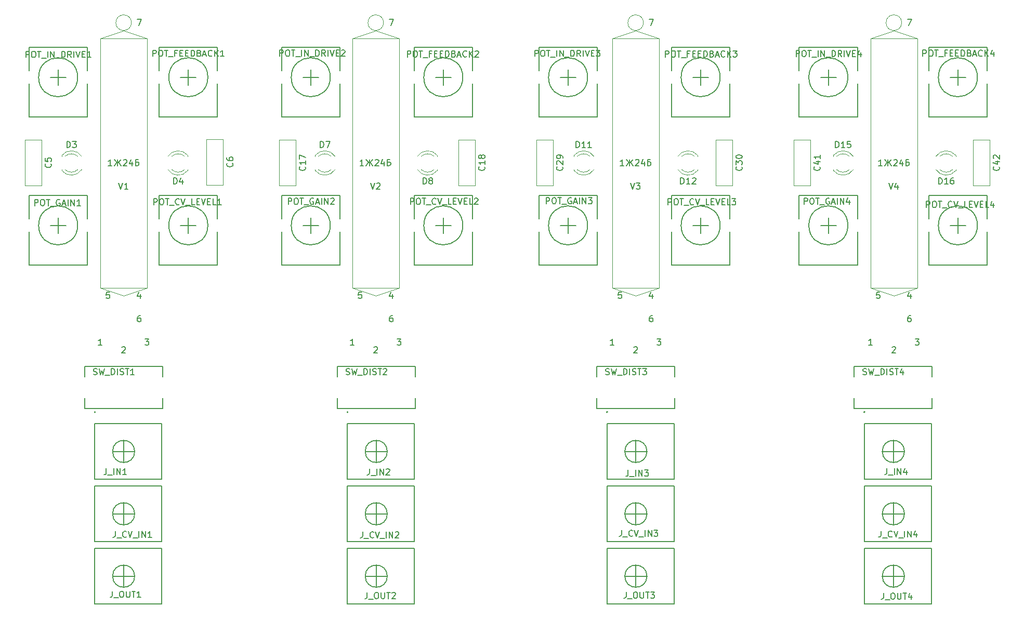
<source format=gto>
G04 #@! TF.GenerationSoftware,KiCad,Pcbnew,(5.1.6-0-10_14)*
G04 #@! TF.CreationDate,2022-01-24T21:06:01+00:00*
G04 #@! TF.ProjectId,Quad Tube VCA,51756164-2054-4756-9265-205643412e6b,rev?*
G04 #@! TF.SameCoordinates,Original*
G04 #@! TF.FileFunction,Legend,Top*
G04 #@! TF.FilePolarity,Positive*
%FSLAX46Y46*%
G04 Gerber Fmt 4.6, Leading zero omitted, Abs format (unit mm)*
G04 Created by KiCad (PCBNEW (5.1.6-0-10_14)) date 2022-01-24 21:06:01*
%MOMM*%
%LPD*%
G01*
G04 APERTURE LIST*
%ADD10C,0.150000*%
%ADD11C,0.127000*%
%ADD12C,0.200000*%
%ADD13C,0.120000*%
%ADD14C,2.875000*%
%ADD15R,2.875000X2.875000*%
%ADD16C,1.700000*%
%ADD17R,1.700000X1.700000*%
%ADD18C,1.900000*%
%ADD19R,1.900000X1.900000*%
%ADD20C,2.100000*%
%ADD21C,1.400000*%
%ADD22C,1.540000*%
%ADD23O,1.800000X1.800000*%
%ADD24R,1.800000X1.800000*%
G04 APERTURE END LIST*
D10*
X208641428Y-71572380D02*
X208070000Y-71572380D01*
X208355714Y-71572380D02*
X208355714Y-70572380D01*
X208260476Y-70715238D01*
X208165238Y-70810476D01*
X208070000Y-70858095D01*
X209450952Y-71000952D02*
X209022380Y-71572380D01*
X209593809Y-71572380D02*
X209593809Y-70572380D01*
X209593809Y-71143809D02*
X209022380Y-70572380D01*
X210165238Y-71572380D02*
X209736666Y-71000952D01*
X210165238Y-70572380D02*
X209593809Y-71143809D01*
X210546190Y-70667619D02*
X210593809Y-70620000D01*
X210689047Y-70572380D01*
X210927142Y-70572380D01*
X211022380Y-70620000D01*
X211070000Y-70667619D01*
X211117619Y-70762857D01*
X211117619Y-70858095D01*
X211070000Y-71000952D01*
X210498571Y-71572380D01*
X211117619Y-71572380D01*
X211974761Y-70905714D02*
X211974761Y-71572380D01*
X211736666Y-70524761D02*
X211498571Y-71239047D01*
X212117619Y-71239047D01*
X212974761Y-70572380D02*
X212498571Y-70572380D01*
X212498571Y-71572380D01*
X212784285Y-71572380D01*
X212927142Y-71524761D01*
X213022380Y-71429523D01*
X213070000Y-71334285D01*
X213070000Y-71191428D01*
X213022380Y-71096190D01*
X212927142Y-71000952D01*
X212784285Y-70953333D01*
X212498571Y-70953333D01*
X166571428Y-71552380D02*
X166000000Y-71552380D01*
X166285714Y-71552380D02*
X166285714Y-70552380D01*
X166190476Y-70695238D01*
X166095238Y-70790476D01*
X166000000Y-70838095D01*
X167380952Y-70980952D02*
X166952380Y-71552380D01*
X167523809Y-71552380D02*
X167523809Y-70552380D01*
X167523809Y-71123809D02*
X166952380Y-70552380D01*
X168095238Y-71552380D02*
X167666666Y-70980952D01*
X168095238Y-70552380D02*
X167523809Y-71123809D01*
X168476190Y-70647619D02*
X168523809Y-70600000D01*
X168619047Y-70552380D01*
X168857142Y-70552380D01*
X168952380Y-70600000D01*
X169000000Y-70647619D01*
X169047619Y-70742857D01*
X169047619Y-70838095D01*
X169000000Y-70980952D01*
X168428571Y-71552380D01*
X169047619Y-71552380D01*
X169904761Y-70885714D02*
X169904761Y-71552380D01*
X169666666Y-70504761D02*
X169428571Y-71219047D01*
X170047619Y-71219047D01*
X170904761Y-70552380D02*
X170428571Y-70552380D01*
X170428571Y-71552380D01*
X170714285Y-71552380D01*
X170857142Y-71504761D01*
X170952380Y-71409523D01*
X171000000Y-71314285D01*
X171000000Y-71171428D01*
X170952380Y-71076190D01*
X170857142Y-70980952D01*
X170714285Y-70933333D01*
X170428571Y-70933333D01*
X124161428Y-71562380D02*
X123590000Y-71562380D01*
X123875714Y-71562380D02*
X123875714Y-70562380D01*
X123780476Y-70705238D01*
X123685238Y-70800476D01*
X123590000Y-70848095D01*
X124970952Y-70990952D02*
X124542380Y-71562380D01*
X125113809Y-71562380D02*
X125113809Y-70562380D01*
X125113809Y-71133809D02*
X124542380Y-70562380D01*
X125685238Y-71562380D02*
X125256666Y-70990952D01*
X125685238Y-70562380D02*
X125113809Y-71133809D01*
X126066190Y-70657619D02*
X126113809Y-70610000D01*
X126209047Y-70562380D01*
X126447142Y-70562380D01*
X126542380Y-70610000D01*
X126590000Y-70657619D01*
X126637619Y-70752857D01*
X126637619Y-70848095D01*
X126590000Y-70990952D01*
X126018571Y-71562380D01*
X126637619Y-71562380D01*
X127494761Y-70895714D02*
X127494761Y-71562380D01*
X127256666Y-70514761D02*
X127018571Y-71229047D01*
X127637619Y-71229047D01*
X128494761Y-70562380D02*
X128018571Y-70562380D01*
X128018571Y-71562380D01*
X128304285Y-71562380D01*
X128447142Y-71514761D01*
X128542380Y-71419523D01*
X128590000Y-71324285D01*
X128590000Y-71181428D01*
X128542380Y-71086190D01*
X128447142Y-70990952D01*
X128304285Y-70943333D01*
X128018571Y-70943333D01*
X83161428Y-71572380D02*
X82590000Y-71572380D01*
X82875714Y-71572380D02*
X82875714Y-70572380D01*
X82780476Y-70715238D01*
X82685238Y-70810476D01*
X82590000Y-70858095D01*
X83970952Y-71000952D02*
X83542380Y-71572380D01*
X84113809Y-71572380D02*
X84113809Y-70572380D01*
X84113809Y-71143809D02*
X83542380Y-70572380D01*
X84685238Y-71572380D02*
X84256666Y-71000952D01*
X84685238Y-70572380D02*
X84113809Y-71143809D01*
X85066190Y-70667619D02*
X85113809Y-70620000D01*
X85209047Y-70572380D01*
X85447142Y-70572380D01*
X85542380Y-70620000D01*
X85590000Y-70667619D01*
X85637619Y-70762857D01*
X85637619Y-70858095D01*
X85590000Y-71000952D01*
X85018571Y-71572380D01*
X85637619Y-71572380D01*
X86494761Y-70905714D02*
X86494761Y-71572380D01*
X86256666Y-70524761D02*
X86018571Y-71239047D01*
X86637619Y-71239047D01*
X87494761Y-70572380D02*
X87018571Y-70572380D01*
X87018571Y-71572380D01*
X87304285Y-71572380D01*
X87447142Y-71524761D01*
X87542380Y-71429523D01*
X87590000Y-71334285D01*
X87590000Y-71191428D01*
X87542380Y-71096190D01*
X87447142Y-71000952D01*
X87304285Y-70953333D01*
X87018571Y-70953333D01*
D11*
X78740000Y-104272500D02*
X91440000Y-104272500D01*
X91440000Y-104272500D02*
X91440000Y-105992500D01*
X91440000Y-109412500D02*
X91440000Y-111132500D01*
X91440000Y-111132500D02*
X78740000Y-111132500D01*
X78740000Y-104272500D02*
X78740000Y-105992500D01*
X78740000Y-109412500D02*
X78740000Y-111132500D01*
D12*
X80490000Y-111702500D02*
G75*
G03*
X80490000Y-111702500I-100000J0D01*
G01*
D11*
X119888000Y-104272500D02*
X132588000Y-104272500D01*
X132588000Y-104272500D02*
X132588000Y-105992500D01*
X132588000Y-109412500D02*
X132588000Y-111132500D01*
X132588000Y-111132500D02*
X119888000Y-111132500D01*
X119888000Y-104272500D02*
X119888000Y-105992500D01*
X119888000Y-109412500D02*
X119888000Y-111132500D01*
D12*
X121638000Y-111702500D02*
G75*
G03*
X121638000Y-111702500I-100000J0D01*
G01*
D11*
X162179000Y-104272500D02*
X174879000Y-104272500D01*
X174879000Y-104272500D02*
X174879000Y-105992500D01*
X174879000Y-109412500D02*
X174879000Y-111132500D01*
X174879000Y-111132500D02*
X162179000Y-111132500D01*
X162179000Y-104272500D02*
X162179000Y-105992500D01*
X162179000Y-109412500D02*
X162179000Y-111132500D01*
D12*
X163929000Y-111702500D02*
G75*
G03*
X163929000Y-111702500I-100000J0D01*
G01*
D11*
X204089000Y-104272500D02*
X216789000Y-104272500D01*
X216789000Y-104272500D02*
X216789000Y-105992500D01*
X216789000Y-109412500D02*
X216789000Y-111132500D01*
X216789000Y-111132500D02*
X204089000Y-111132500D01*
X204089000Y-104272500D02*
X204089000Y-105992500D01*
X204089000Y-109412500D02*
X204089000Y-111132500D01*
D12*
X205839000Y-111702500D02*
G75*
G03*
X205839000Y-111702500I-100000J0D01*
G01*
D13*
X126153333Y-92710000D02*
X129963333Y-91440000D01*
X122343333Y-91440000D02*
X126153333Y-92710000D01*
X129963333Y-50800000D02*
X126153333Y-49530000D01*
X122343333Y-50800000D02*
X126153333Y-49530000D01*
X127423333Y-48260000D02*
G75*
G03*
X127423333Y-48260000I-1270000J0D01*
G01*
X122343333Y-50800000D02*
X122343333Y-91440000D01*
X123613333Y-50800000D02*
X122343333Y-50800000D01*
X129963333Y-50800000D02*
X123613333Y-50800000D01*
X129963333Y-91440000D02*
X129963333Y-50800000D01*
X122343333Y-91440000D02*
X129963333Y-91440000D01*
X85090000Y-92710000D02*
X88900000Y-91440000D01*
X81280000Y-91440000D02*
X85090000Y-92710000D01*
X88900000Y-50800000D02*
X85090000Y-49530000D01*
X81280000Y-50800000D02*
X85090000Y-49530000D01*
X86360000Y-48260000D02*
G75*
G03*
X86360000Y-48260000I-1270000J0D01*
G01*
X81280000Y-50800000D02*
X81280000Y-91440000D01*
X82550000Y-50800000D02*
X81280000Y-50800000D01*
X88900000Y-50800000D02*
X82550000Y-50800000D01*
X88900000Y-91440000D02*
X88900000Y-50800000D01*
X81280000Y-91440000D02*
X88900000Y-91440000D01*
X210550000Y-92710000D02*
X214360000Y-91440000D01*
X206740000Y-91440000D02*
X210550000Y-92710000D01*
X214360000Y-50800000D02*
X210550000Y-49530000D01*
X206740000Y-50800000D02*
X210550000Y-49530000D01*
X211820000Y-48260000D02*
G75*
G03*
X211820000Y-48260000I-1270000J0D01*
G01*
X206740000Y-50800000D02*
X206740000Y-91440000D01*
X208010000Y-50800000D02*
X206740000Y-50800000D01*
X214360000Y-50800000D02*
X208010000Y-50800000D01*
X214360000Y-91440000D02*
X214360000Y-50800000D01*
X206740000Y-91440000D02*
X214360000Y-91440000D01*
X168486666Y-92710000D02*
X172296666Y-91440000D01*
X164676666Y-91440000D02*
X168486666Y-92710000D01*
X172296666Y-50800000D02*
X168486666Y-49530000D01*
X164676666Y-50800000D02*
X168486666Y-49530000D01*
X169756666Y-48260000D02*
G75*
G03*
X169756666Y-48260000I-1270000J0D01*
G01*
X164676666Y-50800000D02*
X164676666Y-91440000D01*
X165946666Y-50800000D02*
X164676666Y-50800000D01*
X172296666Y-50800000D02*
X165946666Y-50800000D01*
X172296666Y-91440000D02*
X172296666Y-50800000D01*
X164676666Y-91440000D02*
X172296666Y-91440000D01*
D10*
X198610000Y-57150000D02*
X201150000Y-57150000D01*
X199880000Y-55880000D02*
X199880000Y-58420000D01*
X203055000Y-57150000D02*
G75*
G03*
X203055000Y-57150000I-3175000J0D01*
G01*
X195130000Y-52300000D02*
X195130000Y-63650000D01*
X204630000Y-52300000D02*
X204630000Y-63650000D01*
X195130000Y-63650000D02*
X204630000Y-63650000D01*
X195130000Y-52300000D02*
X204630000Y-52300000D01*
X156210000Y-57150000D02*
X158750000Y-57150000D01*
X157480000Y-55880000D02*
X157480000Y-58420000D01*
X160655000Y-57150000D02*
G75*
G03*
X160655000Y-57150000I-3175000J0D01*
G01*
X152730000Y-52300000D02*
X152730000Y-63650000D01*
X162230000Y-52300000D02*
X162230000Y-63650000D01*
X152730000Y-63650000D02*
X162230000Y-63650000D01*
X152730000Y-52300000D02*
X162230000Y-52300000D01*
X114300000Y-57150000D02*
X116840000Y-57150000D01*
X115570000Y-55880000D02*
X115570000Y-58420000D01*
X118745000Y-57150000D02*
G75*
G03*
X118745000Y-57150000I-3175000J0D01*
G01*
X110820000Y-52300000D02*
X110820000Y-63650000D01*
X120320000Y-52300000D02*
X120320000Y-63650000D01*
X110820000Y-63650000D02*
X120320000Y-63650000D01*
X110820000Y-52300000D02*
X120320000Y-52300000D01*
X73152000Y-57150000D02*
X75692000Y-57150000D01*
X74422000Y-55880000D02*
X74422000Y-58420000D01*
X77597000Y-57150000D02*
G75*
G03*
X77597000Y-57150000I-3175000J0D01*
G01*
X69672000Y-52300000D02*
X69672000Y-63650000D01*
X79172000Y-52300000D02*
X79172000Y-63650000D01*
X69672000Y-63650000D02*
X79172000Y-63650000D01*
X69672000Y-52300000D02*
X79172000Y-52300000D01*
X198610000Y-81280000D02*
X201150000Y-81280000D01*
X199880000Y-80010000D02*
X199880000Y-82550000D01*
X203055000Y-81280000D02*
G75*
G03*
X203055000Y-81280000I-3175000J0D01*
G01*
X195130000Y-76430000D02*
X195130000Y-87780000D01*
X204630000Y-76430000D02*
X204630000Y-87780000D01*
X195130000Y-87780000D02*
X204630000Y-87780000D01*
X195130000Y-76430000D02*
X204630000Y-76430000D01*
X156210000Y-81280000D02*
X158750000Y-81280000D01*
X157480000Y-80010000D02*
X157480000Y-82550000D01*
X160655000Y-81280000D02*
G75*
G03*
X160655000Y-81280000I-3175000J0D01*
G01*
X152730000Y-76430000D02*
X152730000Y-87780000D01*
X162230000Y-76430000D02*
X162230000Y-87780000D01*
X152730000Y-87780000D02*
X162230000Y-87780000D01*
X152730000Y-76430000D02*
X162230000Y-76430000D01*
X114300000Y-81280000D02*
X116840000Y-81280000D01*
X115570000Y-80010000D02*
X115570000Y-82550000D01*
X118745000Y-81280000D02*
G75*
G03*
X118745000Y-81280000I-3175000J0D01*
G01*
X110820000Y-76430000D02*
X110820000Y-87780000D01*
X120320000Y-76430000D02*
X120320000Y-87780000D01*
X110820000Y-87780000D02*
X120320000Y-87780000D01*
X110820000Y-76430000D02*
X120320000Y-76430000D01*
X73152000Y-81280000D02*
X75692000Y-81280000D01*
X74422000Y-80010000D02*
X74422000Y-82550000D01*
X77597000Y-81280000D02*
G75*
G03*
X77597000Y-81280000I-3175000J0D01*
G01*
X69672000Y-76430000D02*
X69672000Y-87780000D01*
X79172000Y-76430000D02*
X79172000Y-87780000D01*
X69672000Y-87780000D02*
X79172000Y-87780000D01*
X69672000Y-76430000D02*
X79172000Y-76430000D01*
X219710000Y-57150000D02*
X222250000Y-57150000D01*
X220980000Y-55880000D02*
X220980000Y-58420000D01*
X224155000Y-57150000D02*
G75*
G03*
X224155000Y-57150000I-3175000J0D01*
G01*
X216230000Y-52300000D02*
X216230000Y-63650000D01*
X225730000Y-52300000D02*
X225730000Y-63650000D01*
X216230000Y-63650000D02*
X225730000Y-63650000D01*
X216230000Y-52300000D02*
X225730000Y-52300000D01*
X177800000Y-57150000D02*
X180340000Y-57150000D01*
X179070000Y-55880000D02*
X179070000Y-58420000D01*
X182245000Y-57150000D02*
G75*
G03*
X182245000Y-57150000I-3175000J0D01*
G01*
X174320000Y-52300000D02*
X174320000Y-63650000D01*
X183820000Y-52300000D02*
X183820000Y-63650000D01*
X174320000Y-63650000D02*
X183820000Y-63650000D01*
X174320000Y-52300000D02*
X183820000Y-52300000D01*
X135890000Y-57150000D02*
X138430000Y-57150000D01*
X137160000Y-55880000D02*
X137160000Y-58420000D01*
X140335000Y-57150000D02*
G75*
G03*
X140335000Y-57150000I-3175000J0D01*
G01*
X132410000Y-52300000D02*
X132410000Y-63650000D01*
X141910000Y-52300000D02*
X141910000Y-63650000D01*
X132410000Y-63650000D02*
X141910000Y-63650000D01*
X132410000Y-52300000D02*
X141910000Y-52300000D01*
X94361000Y-57150000D02*
X96901000Y-57150000D01*
X95631000Y-55880000D02*
X95631000Y-58420000D01*
X98806000Y-57150000D02*
G75*
G03*
X98806000Y-57150000I-3175000J0D01*
G01*
X90881000Y-52300000D02*
X90881000Y-63650000D01*
X100381000Y-52300000D02*
X100381000Y-63650000D01*
X90881000Y-63650000D02*
X100381000Y-63650000D01*
X90881000Y-52300000D02*
X100381000Y-52300000D01*
X219710000Y-81280000D02*
X222250000Y-81280000D01*
X220980000Y-80010000D02*
X220980000Y-82550000D01*
X224155000Y-81280000D02*
G75*
G03*
X224155000Y-81280000I-3175000J0D01*
G01*
X216230000Y-76430000D02*
X216230000Y-87780000D01*
X225730000Y-76430000D02*
X225730000Y-87780000D01*
X216230000Y-87780000D02*
X225730000Y-87780000D01*
X216230000Y-76430000D02*
X225730000Y-76430000D01*
X177800000Y-81280000D02*
X180340000Y-81280000D01*
X179070000Y-80010000D02*
X179070000Y-82550000D01*
X182245000Y-81280000D02*
G75*
G03*
X182245000Y-81280000I-3175000J0D01*
G01*
X174320000Y-76430000D02*
X174320000Y-87780000D01*
X183820000Y-76430000D02*
X183820000Y-87780000D01*
X174320000Y-87780000D02*
X183820000Y-87780000D01*
X174320000Y-76430000D02*
X183820000Y-76430000D01*
X135890000Y-81280000D02*
X138430000Y-81280000D01*
X137160000Y-80010000D02*
X137160000Y-82550000D01*
X140335000Y-81280000D02*
G75*
G03*
X140335000Y-81280000I-3175000J0D01*
G01*
X132410000Y-76430000D02*
X132410000Y-87780000D01*
X141910000Y-76430000D02*
X141910000Y-87780000D01*
X132410000Y-87780000D02*
X141910000Y-87780000D01*
X132410000Y-76430000D02*
X141910000Y-76430000D01*
X94361000Y-81280000D02*
X96901000Y-81280000D01*
X95631000Y-80010000D02*
X95631000Y-82550000D01*
X98806000Y-81280000D02*
G75*
G03*
X98806000Y-81280000I-3175000J0D01*
G01*
X90881000Y-76430000D02*
X90881000Y-87780000D01*
X100381000Y-76430000D02*
X100381000Y-87780000D01*
X90881000Y-87780000D02*
X100381000Y-87780000D01*
X90881000Y-76430000D02*
X100381000Y-76430000D01*
X210469000Y-136630000D02*
X210469000Y-140230000D01*
X212269000Y-138430000D02*
X208669000Y-138430000D01*
X212269000Y-138430000D02*
G75*
G03*
X212269000Y-138430000I-1800000J0D01*
G01*
X216669000Y-142930000D02*
X205769000Y-142930000D01*
X216669000Y-133930000D02*
X205769000Y-133930000D01*
X205769000Y-133930000D02*
X205769000Y-142930000D01*
X216669000Y-133930000D02*
X216669000Y-142930000D01*
X168529000Y-136630000D02*
X168529000Y-140230000D01*
X170329000Y-138430000D02*
X166729000Y-138430000D01*
X170329000Y-138430000D02*
G75*
G03*
X170329000Y-138430000I-1800000J0D01*
G01*
X174729000Y-142930000D02*
X163829000Y-142930000D01*
X174729000Y-133930000D02*
X163829000Y-133930000D01*
X163829000Y-133930000D02*
X163829000Y-142930000D01*
X174729000Y-133930000D02*
X174729000Y-142930000D01*
X126238000Y-136630000D02*
X126238000Y-140230000D01*
X128038000Y-138430000D02*
X124438000Y-138430000D01*
X128038000Y-138430000D02*
G75*
G03*
X128038000Y-138430000I-1800000J0D01*
G01*
X132438000Y-142930000D02*
X121538000Y-142930000D01*
X132438000Y-133930000D02*
X121538000Y-133930000D01*
X121538000Y-133930000D02*
X121538000Y-142930000D01*
X132438000Y-133930000D02*
X132438000Y-142930000D01*
X85090000Y-136630000D02*
X85090000Y-140230000D01*
X86890000Y-138430000D02*
X83290000Y-138430000D01*
X86890000Y-138430000D02*
G75*
G03*
X86890000Y-138430000I-1800000J0D01*
G01*
X91290000Y-142930000D02*
X80390000Y-142930000D01*
X91290000Y-133930000D02*
X80390000Y-133930000D01*
X80390000Y-133930000D02*
X80390000Y-142930000D01*
X91290000Y-133930000D02*
X91290000Y-142930000D01*
X210469000Y-116310000D02*
X210469000Y-119910000D01*
X212269000Y-118110000D02*
X208669000Y-118110000D01*
X212269000Y-118110000D02*
G75*
G03*
X212269000Y-118110000I-1800000J0D01*
G01*
X216669000Y-122610000D02*
X205769000Y-122610000D01*
X216669000Y-113610000D02*
X205769000Y-113610000D01*
X205769000Y-113610000D02*
X205769000Y-122610000D01*
X216669000Y-113610000D02*
X216669000Y-122610000D01*
X168529000Y-116310000D02*
X168529000Y-119910000D01*
X170329000Y-118110000D02*
X166729000Y-118110000D01*
X170329000Y-118110000D02*
G75*
G03*
X170329000Y-118110000I-1800000J0D01*
G01*
X174729000Y-122610000D02*
X163829000Y-122610000D01*
X174729000Y-113610000D02*
X163829000Y-113610000D01*
X163829000Y-113610000D02*
X163829000Y-122610000D01*
X174729000Y-113610000D02*
X174729000Y-122610000D01*
X126238000Y-116310000D02*
X126238000Y-119910000D01*
X128038000Y-118110000D02*
X124438000Y-118110000D01*
X128038000Y-118110000D02*
G75*
G03*
X128038000Y-118110000I-1800000J0D01*
G01*
X132438000Y-122610000D02*
X121538000Y-122610000D01*
X132438000Y-113610000D02*
X121538000Y-113610000D01*
X121538000Y-113610000D02*
X121538000Y-122610000D01*
X132438000Y-113610000D02*
X132438000Y-122610000D01*
X85090000Y-116310000D02*
X85090000Y-119910000D01*
X86890000Y-118110000D02*
X83290000Y-118110000D01*
X86890000Y-118110000D02*
G75*
G03*
X86890000Y-118110000I-1800000J0D01*
G01*
X91290000Y-122610000D02*
X80390000Y-122610000D01*
X91290000Y-113610000D02*
X80390000Y-113610000D01*
X80390000Y-113610000D02*
X80390000Y-122610000D01*
X91290000Y-113610000D02*
X91290000Y-122610000D01*
X210469000Y-126470000D02*
X210469000Y-130070000D01*
X212269000Y-128270000D02*
X208669000Y-128270000D01*
X212269000Y-128270000D02*
G75*
G03*
X212269000Y-128270000I-1800000J0D01*
G01*
X216669000Y-132770000D02*
X205769000Y-132770000D01*
X216669000Y-123770000D02*
X205769000Y-123770000D01*
X205769000Y-123770000D02*
X205769000Y-132770000D01*
X216669000Y-123770000D02*
X216669000Y-132770000D01*
X168529000Y-126470000D02*
X168529000Y-130070000D01*
X170329000Y-128270000D02*
X166729000Y-128270000D01*
X170329000Y-128270000D02*
G75*
G03*
X170329000Y-128270000I-1800000J0D01*
G01*
X174729000Y-132770000D02*
X163829000Y-132770000D01*
X174729000Y-123770000D02*
X163829000Y-123770000D01*
X163829000Y-123770000D02*
X163829000Y-132770000D01*
X174729000Y-123770000D02*
X174729000Y-132770000D01*
X126238000Y-126470000D02*
X126238000Y-130070000D01*
X128038000Y-128270000D02*
X124438000Y-128270000D01*
X128038000Y-128270000D02*
G75*
G03*
X128038000Y-128270000I-1800000J0D01*
G01*
X132438000Y-132770000D02*
X121538000Y-132770000D01*
X132438000Y-123770000D02*
X121538000Y-123770000D01*
X121538000Y-123770000D02*
X121538000Y-132770000D01*
X132438000Y-123770000D02*
X132438000Y-132770000D01*
X85090000Y-126470000D02*
X85090000Y-130070000D01*
X86890000Y-128270000D02*
X83290000Y-128270000D01*
X86890000Y-128270000D02*
G75*
G03*
X86890000Y-128270000I-1800000J0D01*
G01*
X91290000Y-132770000D02*
X80390000Y-132770000D01*
X91290000Y-123770000D02*
X80390000Y-123770000D01*
X80390000Y-123770000D02*
X80390000Y-132770000D01*
X91290000Y-123770000D02*
X91290000Y-132770000D01*
D13*
X220635000Y-72356000D02*
X220635000Y-72200000D01*
X220635000Y-70040000D02*
X220635000Y-69884000D01*
X218033870Y-70040163D02*
G75*
G02*
X220115961Y-70040000I1041130J-1079837D01*
G01*
X218033870Y-72199837D02*
G75*
G03*
X220115961Y-72200000I1041130J1079837D01*
G01*
X217402665Y-70041392D02*
G75*
G02*
X220635000Y-69884484I1672335J-1078608D01*
G01*
X217402665Y-72198608D02*
G75*
G03*
X220635000Y-72355516I1672335J1078608D01*
G01*
X200706000Y-69884000D02*
X200706000Y-70040000D01*
X200706000Y-72200000D02*
X200706000Y-72356000D01*
X203307130Y-72199837D02*
G75*
G02*
X201225039Y-72200000I-1041130J1079837D01*
G01*
X203307130Y-70040163D02*
G75*
G03*
X201225039Y-70040000I-1041130J-1079837D01*
G01*
X203938335Y-72198608D02*
G75*
G02*
X200706000Y-72355516I-1672335J1078608D01*
G01*
X203938335Y-70041392D02*
G75*
G03*
X200706000Y-69884484I-1672335J-1078608D01*
G01*
X178598000Y-72356000D02*
X178598000Y-72200000D01*
X178598000Y-70040000D02*
X178598000Y-69884000D01*
X175996870Y-70040163D02*
G75*
G02*
X178078961Y-70040000I1041130J-1079837D01*
G01*
X175996870Y-72199837D02*
G75*
G03*
X178078961Y-72200000I1041130J1079837D01*
G01*
X175365665Y-70041392D02*
G75*
G02*
X178598000Y-69884484I1672335J-1078608D01*
G01*
X175365665Y-72198608D02*
G75*
G03*
X178598000Y-72355516I1672335J1078608D01*
G01*
X158460000Y-69884000D02*
X158460000Y-70040000D01*
X158460000Y-72200000D02*
X158460000Y-72356000D01*
X161061130Y-72199837D02*
G75*
G02*
X158979039Y-72200000I-1041130J1079837D01*
G01*
X161061130Y-70040163D02*
G75*
G03*
X158979039Y-70040000I-1041130J-1079837D01*
G01*
X161692335Y-72198608D02*
G75*
G02*
X158460000Y-72355516I-1672335J1078608D01*
G01*
X161692335Y-70041392D02*
G75*
G03*
X158460000Y-69884484I-1672335J-1078608D01*
G01*
X136180000Y-72356000D02*
X136180000Y-72200000D01*
X136180000Y-70040000D02*
X136180000Y-69884000D01*
X133578870Y-70040163D02*
G75*
G02*
X135660961Y-70040000I1041130J-1079837D01*
G01*
X133578870Y-72199837D02*
G75*
G03*
X135660961Y-72200000I1041130J1079837D01*
G01*
X132947665Y-70041392D02*
G75*
G02*
X136180000Y-69884484I1672335J-1078608D01*
G01*
X132947665Y-72198608D02*
G75*
G03*
X136180000Y-72355516I1672335J1078608D01*
G01*
X116296000Y-69884000D02*
X116296000Y-70040000D01*
X116296000Y-72200000D02*
X116296000Y-72356000D01*
X118897130Y-72199837D02*
G75*
G02*
X116815039Y-72200000I-1041130J1079837D01*
G01*
X118897130Y-70040163D02*
G75*
G03*
X116815039Y-70040000I-1041130J-1079837D01*
G01*
X119528335Y-72198608D02*
G75*
G02*
X116296000Y-72355516I-1672335J1078608D01*
G01*
X119528335Y-70041392D02*
G75*
G03*
X116296000Y-69884484I-1672335J-1078608D01*
G01*
X95540000Y-72356000D02*
X95540000Y-72200000D01*
X95540000Y-70040000D02*
X95540000Y-69884000D01*
X92938870Y-70040163D02*
G75*
G02*
X95020961Y-70040000I1041130J-1079837D01*
G01*
X92938870Y-72199837D02*
G75*
G03*
X95020961Y-72200000I1041130J1079837D01*
G01*
X92307665Y-70041392D02*
G75*
G02*
X95540000Y-69884484I1672335J-1078608D01*
G01*
X92307665Y-72198608D02*
G75*
G03*
X95540000Y-72355516I1672335J1078608D01*
G01*
X75021000Y-69884000D02*
X75021000Y-70040000D01*
X75021000Y-72200000D02*
X75021000Y-72356000D01*
X77622130Y-72199837D02*
G75*
G02*
X75540039Y-72200000I-1041130J1079837D01*
G01*
X77622130Y-70040163D02*
G75*
G03*
X75540039Y-70040000I-1041130J-1079837D01*
G01*
X78253335Y-72198608D02*
G75*
G02*
X75021000Y-72355516I-1672335J1078608D01*
G01*
X78253335Y-70041392D02*
G75*
G03*
X75021000Y-69884484I-1672335J-1078608D01*
G01*
X226160000Y-67360000D02*
X226160000Y-74800000D01*
X223420000Y-67360000D02*
X223420000Y-74800000D01*
X226160000Y-67360000D02*
X223420000Y-67360000D01*
X226160000Y-74800000D02*
X223420000Y-74800000D01*
X196950000Y-67360000D02*
X196950000Y-74800000D01*
X194210000Y-67360000D02*
X194210000Y-74800000D01*
X196950000Y-67360000D02*
X194210000Y-67360000D01*
X196950000Y-74800000D02*
X194210000Y-74800000D01*
X184250000Y-67360000D02*
X184250000Y-74800000D01*
X181510000Y-67360000D02*
X181510000Y-74800000D01*
X184250000Y-67360000D02*
X181510000Y-67360000D01*
X184250000Y-74800000D02*
X181510000Y-74800000D01*
X155040000Y-67360000D02*
X155040000Y-74800000D01*
X152300000Y-67360000D02*
X152300000Y-74800000D01*
X155040000Y-67360000D02*
X152300000Y-67360000D01*
X155040000Y-74800000D02*
X152300000Y-74800000D01*
X142340000Y-67360000D02*
X142340000Y-74800000D01*
X139600000Y-67360000D02*
X139600000Y-74800000D01*
X142340000Y-67360000D02*
X139600000Y-67360000D01*
X142340000Y-74800000D02*
X139600000Y-74800000D01*
X113130000Y-67360000D02*
X113130000Y-74800000D01*
X110390000Y-67360000D02*
X110390000Y-74800000D01*
X113130000Y-67360000D02*
X110390000Y-67360000D01*
X113130000Y-74800000D02*
X110390000Y-74800000D01*
X101319000Y-67233000D02*
X101319000Y-74673000D01*
X98579000Y-67233000D02*
X98579000Y-74673000D01*
X101319000Y-67233000D02*
X98579000Y-67233000D01*
X101319000Y-74673000D02*
X98579000Y-74673000D01*
X71728000Y-67360000D02*
X71728000Y-74800000D01*
X68988000Y-67360000D02*
X68988000Y-74800000D01*
X71728000Y-67360000D02*
X68988000Y-67360000D01*
X71728000Y-74800000D02*
X68988000Y-74800000D01*
D10*
X80180476Y-105567261D02*
X80323333Y-105614880D01*
X80561428Y-105614880D01*
X80656666Y-105567261D01*
X80704285Y-105519642D01*
X80751904Y-105424404D01*
X80751904Y-105329166D01*
X80704285Y-105233928D01*
X80656666Y-105186309D01*
X80561428Y-105138690D01*
X80370952Y-105091071D01*
X80275714Y-105043452D01*
X80228095Y-104995833D01*
X80180476Y-104900595D01*
X80180476Y-104805357D01*
X80228095Y-104710119D01*
X80275714Y-104662500D01*
X80370952Y-104614880D01*
X80609047Y-104614880D01*
X80751904Y-104662500D01*
X81085238Y-104614880D02*
X81323333Y-105614880D01*
X81513809Y-104900595D01*
X81704285Y-105614880D01*
X81942380Y-104614880D01*
X82085238Y-105710119D02*
X82847142Y-105710119D01*
X83085238Y-105614880D02*
X83085238Y-104614880D01*
X83323333Y-104614880D01*
X83466190Y-104662500D01*
X83561428Y-104757738D01*
X83609047Y-104852976D01*
X83656666Y-105043452D01*
X83656666Y-105186309D01*
X83609047Y-105376785D01*
X83561428Y-105472023D01*
X83466190Y-105567261D01*
X83323333Y-105614880D01*
X83085238Y-105614880D01*
X84085238Y-105614880D02*
X84085238Y-104614880D01*
X84513809Y-105567261D02*
X84656666Y-105614880D01*
X84894761Y-105614880D01*
X84990000Y-105567261D01*
X85037619Y-105519642D01*
X85085238Y-105424404D01*
X85085238Y-105329166D01*
X85037619Y-105233928D01*
X84990000Y-105186309D01*
X84894761Y-105138690D01*
X84704285Y-105091071D01*
X84609047Y-105043452D01*
X84561428Y-104995833D01*
X84513809Y-104900595D01*
X84513809Y-104805357D01*
X84561428Y-104710119D01*
X84609047Y-104662500D01*
X84704285Y-104614880D01*
X84942380Y-104614880D01*
X85085238Y-104662500D01*
X85370952Y-104614880D02*
X85942380Y-104614880D01*
X85656666Y-105614880D02*
X85656666Y-104614880D01*
X86799523Y-105614880D02*
X86228095Y-105614880D01*
X86513809Y-105614880D02*
X86513809Y-104614880D01*
X86418571Y-104757738D01*
X86323333Y-104852976D01*
X86228095Y-104900595D01*
X121328476Y-105567261D02*
X121471333Y-105614880D01*
X121709428Y-105614880D01*
X121804666Y-105567261D01*
X121852285Y-105519642D01*
X121899904Y-105424404D01*
X121899904Y-105329166D01*
X121852285Y-105233928D01*
X121804666Y-105186309D01*
X121709428Y-105138690D01*
X121518952Y-105091071D01*
X121423714Y-105043452D01*
X121376095Y-104995833D01*
X121328476Y-104900595D01*
X121328476Y-104805357D01*
X121376095Y-104710119D01*
X121423714Y-104662500D01*
X121518952Y-104614880D01*
X121757047Y-104614880D01*
X121899904Y-104662500D01*
X122233238Y-104614880D02*
X122471333Y-105614880D01*
X122661809Y-104900595D01*
X122852285Y-105614880D01*
X123090380Y-104614880D01*
X123233238Y-105710119D02*
X123995142Y-105710119D01*
X124233238Y-105614880D02*
X124233238Y-104614880D01*
X124471333Y-104614880D01*
X124614190Y-104662500D01*
X124709428Y-104757738D01*
X124757047Y-104852976D01*
X124804666Y-105043452D01*
X124804666Y-105186309D01*
X124757047Y-105376785D01*
X124709428Y-105472023D01*
X124614190Y-105567261D01*
X124471333Y-105614880D01*
X124233238Y-105614880D01*
X125233238Y-105614880D02*
X125233238Y-104614880D01*
X125661809Y-105567261D02*
X125804666Y-105614880D01*
X126042761Y-105614880D01*
X126138000Y-105567261D01*
X126185619Y-105519642D01*
X126233238Y-105424404D01*
X126233238Y-105329166D01*
X126185619Y-105233928D01*
X126138000Y-105186309D01*
X126042761Y-105138690D01*
X125852285Y-105091071D01*
X125757047Y-105043452D01*
X125709428Y-104995833D01*
X125661809Y-104900595D01*
X125661809Y-104805357D01*
X125709428Y-104710119D01*
X125757047Y-104662500D01*
X125852285Y-104614880D01*
X126090380Y-104614880D01*
X126233238Y-104662500D01*
X126518952Y-104614880D02*
X127090380Y-104614880D01*
X126804666Y-105614880D02*
X126804666Y-104614880D01*
X127376095Y-104710119D02*
X127423714Y-104662500D01*
X127518952Y-104614880D01*
X127757047Y-104614880D01*
X127852285Y-104662500D01*
X127899904Y-104710119D01*
X127947523Y-104805357D01*
X127947523Y-104900595D01*
X127899904Y-105043452D01*
X127328476Y-105614880D01*
X127947523Y-105614880D01*
X163619476Y-105567261D02*
X163762333Y-105614880D01*
X164000428Y-105614880D01*
X164095666Y-105567261D01*
X164143285Y-105519642D01*
X164190904Y-105424404D01*
X164190904Y-105329166D01*
X164143285Y-105233928D01*
X164095666Y-105186309D01*
X164000428Y-105138690D01*
X163809952Y-105091071D01*
X163714714Y-105043452D01*
X163667095Y-104995833D01*
X163619476Y-104900595D01*
X163619476Y-104805357D01*
X163667095Y-104710119D01*
X163714714Y-104662500D01*
X163809952Y-104614880D01*
X164048047Y-104614880D01*
X164190904Y-104662500D01*
X164524238Y-104614880D02*
X164762333Y-105614880D01*
X164952809Y-104900595D01*
X165143285Y-105614880D01*
X165381380Y-104614880D01*
X165524238Y-105710119D02*
X166286142Y-105710119D01*
X166524238Y-105614880D02*
X166524238Y-104614880D01*
X166762333Y-104614880D01*
X166905190Y-104662500D01*
X167000428Y-104757738D01*
X167048047Y-104852976D01*
X167095666Y-105043452D01*
X167095666Y-105186309D01*
X167048047Y-105376785D01*
X167000428Y-105472023D01*
X166905190Y-105567261D01*
X166762333Y-105614880D01*
X166524238Y-105614880D01*
X167524238Y-105614880D02*
X167524238Y-104614880D01*
X167952809Y-105567261D02*
X168095666Y-105614880D01*
X168333761Y-105614880D01*
X168429000Y-105567261D01*
X168476619Y-105519642D01*
X168524238Y-105424404D01*
X168524238Y-105329166D01*
X168476619Y-105233928D01*
X168429000Y-105186309D01*
X168333761Y-105138690D01*
X168143285Y-105091071D01*
X168048047Y-105043452D01*
X168000428Y-104995833D01*
X167952809Y-104900595D01*
X167952809Y-104805357D01*
X168000428Y-104710119D01*
X168048047Y-104662500D01*
X168143285Y-104614880D01*
X168381380Y-104614880D01*
X168524238Y-104662500D01*
X168809952Y-104614880D02*
X169381380Y-104614880D01*
X169095666Y-105614880D02*
X169095666Y-104614880D01*
X169619476Y-104614880D02*
X170238523Y-104614880D01*
X169905190Y-104995833D01*
X170048047Y-104995833D01*
X170143285Y-105043452D01*
X170190904Y-105091071D01*
X170238523Y-105186309D01*
X170238523Y-105424404D01*
X170190904Y-105519642D01*
X170143285Y-105567261D01*
X170048047Y-105614880D01*
X169762333Y-105614880D01*
X169667095Y-105567261D01*
X169619476Y-105519642D01*
X205529476Y-105567261D02*
X205672333Y-105614880D01*
X205910428Y-105614880D01*
X206005666Y-105567261D01*
X206053285Y-105519642D01*
X206100904Y-105424404D01*
X206100904Y-105329166D01*
X206053285Y-105233928D01*
X206005666Y-105186309D01*
X205910428Y-105138690D01*
X205719952Y-105091071D01*
X205624714Y-105043452D01*
X205577095Y-104995833D01*
X205529476Y-104900595D01*
X205529476Y-104805357D01*
X205577095Y-104710119D01*
X205624714Y-104662500D01*
X205719952Y-104614880D01*
X205958047Y-104614880D01*
X206100904Y-104662500D01*
X206434238Y-104614880D02*
X206672333Y-105614880D01*
X206862809Y-104900595D01*
X207053285Y-105614880D01*
X207291380Y-104614880D01*
X207434238Y-105710119D02*
X208196142Y-105710119D01*
X208434238Y-105614880D02*
X208434238Y-104614880D01*
X208672333Y-104614880D01*
X208815190Y-104662500D01*
X208910428Y-104757738D01*
X208958047Y-104852976D01*
X209005666Y-105043452D01*
X209005666Y-105186309D01*
X208958047Y-105376785D01*
X208910428Y-105472023D01*
X208815190Y-105567261D01*
X208672333Y-105614880D01*
X208434238Y-105614880D01*
X209434238Y-105614880D02*
X209434238Y-104614880D01*
X209862809Y-105567261D02*
X210005666Y-105614880D01*
X210243761Y-105614880D01*
X210339000Y-105567261D01*
X210386619Y-105519642D01*
X210434238Y-105424404D01*
X210434238Y-105329166D01*
X210386619Y-105233928D01*
X210339000Y-105186309D01*
X210243761Y-105138690D01*
X210053285Y-105091071D01*
X209958047Y-105043452D01*
X209910428Y-104995833D01*
X209862809Y-104900595D01*
X209862809Y-104805357D01*
X209910428Y-104710119D01*
X209958047Y-104662500D01*
X210053285Y-104614880D01*
X210291380Y-104614880D01*
X210434238Y-104662500D01*
X210719952Y-104614880D02*
X211291380Y-104614880D01*
X211005666Y-105614880D02*
X211005666Y-104614880D01*
X212053285Y-104948214D02*
X212053285Y-105614880D01*
X211815190Y-104567261D02*
X211577095Y-105281547D01*
X212196142Y-105281547D01*
X125343809Y-74382380D02*
X125677142Y-75382380D01*
X126010475Y-74382380D01*
X126296190Y-74477619D02*
X126343809Y-74430000D01*
X126439047Y-74382380D01*
X126677142Y-74382380D01*
X126772380Y-74430000D01*
X126819999Y-74477619D01*
X126867618Y-74572857D01*
X126867618Y-74668095D01*
X126819999Y-74810952D01*
X126248571Y-75382380D01*
X126867618Y-75382380D01*
X128359999Y-47712380D02*
X129026666Y-47712380D01*
X128598094Y-48712380D01*
X128883809Y-95972380D02*
X128693333Y-95972380D01*
X128598094Y-96020000D01*
X128550475Y-96067619D01*
X128455237Y-96210476D01*
X128407618Y-96400952D01*
X128407618Y-96781904D01*
X128455237Y-96877142D01*
X128502856Y-96924761D01*
X128598094Y-96972380D01*
X128788571Y-96972380D01*
X128883809Y-96924761D01*
X128931428Y-96877142D01*
X128979047Y-96781904D01*
X128979047Y-96543809D01*
X128931428Y-96448571D01*
X128883809Y-96400952D01*
X128788571Y-96353333D01*
X128598094Y-96353333D01*
X128502856Y-96400952D01*
X128455237Y-96448571D01*
X128407618Y-96543809D01*
X128883809Y-92495714D02*
X128883809Y-93162380D01*
X128645713Y-92114761D02*
X128407618Y-92829047D01*
X129026666Y-92829047D01*
X123851428Y-92162380D02*
X123375237Y-92162380D01*
X123327618Y-92638571D01*
X123375237Y-92590952D01*
X123470475Y-92543333D01*
X123708571Y-92543333D01*
X123803809Y-92590952D01*
X123851428Y-92638571D01*
X123899047Y-92733809D01*
X123899047Y-92971904D01*
X123851428Y-93067142D01*
X123803809Y-93114761D01*
X123708571Y-93162380D01*
X123470475Y-93162380D01*
X123375237Y-93114761D01*
X123327618Y-93067142D01*
X129629999Y-99782380D02*
X130249047Y-99782380D01*
X129915713Y-100163333D01*
X130058571Y-100163333D01*
X130153809Y-100210952D01*
X130201428Y-100258571D01*
X130249047Y-100353809D01*
X130249047Y-100591904D01*
X130201428Y-100687142D01*
X130153809Y-100734761D01*
X130058571Y-100782380D01*
X129772856Y-100782380D01*
X129677618Y-100734761D01*
X129629999Y-100687142D01*
X125867618Y-101147619D02*
X125915237Y-101100000D01*
X126010475Y-101052380D01*
X126248571Y-101052380D01*
X126343809Y-101100000D01*
X126391428Y-101147619D01*
X126439047Y-101242857D01*
X126439047Y-101338095D01*
X126391428Y-101480952D01*
X125819999Y-102052380D01*
X126439047Y-102052380D01*
X122629047Y-100782380D02*
X122057618Y-100782380D01*
X122343333Y-100782380D02*
X122343333Y-99782380D01*
X122248094Y-99925238D01*
X122152856Y-100020476D01*
X122057618Y-100068095D01*
X84280476Y-74382380D02*
X84613809Y-75382380D01*
X84947142Y-74382380D01*
X85804285Y-75382380D02*
X85232857Y-75382380D01*
X85518571Y-75382380D02*
X85518571Y-74382380D01*
X85423333Y-74525238D01*
X85328095Y-74620476D01*
X85232857Y-74668095D01*
X87296666Y-47712380D02*
X87963333Y-47712380D01*
X87534761Y-48712380D01*
X87820476Y-95972380D02*
X87630000Y-95972380D01*
X87534761Y-96020000D01*
X87487142Y-96067619D01*
X87391904Y-96210476D01*
X87344285Y-96400952D01*
X87344285Y-96781904D01*
X87391904Y-96877142D01*
X87439523Y-96924761D01*
X87534761Y-96972380D01*
X87725238Y-96972380D01*
X87820476Y-96924761D01*
X87868095Y-96877142D01*
X87915714Y-96781904D01*
X87915714Y-96543809D01*
X87868095Y-96448571D01*
X87820476Y-96400952D01*
X87725238Y-96353333D01*
X87534761Y-96353333D01*
X87439523Y-96400952D01*
X87391904Y-96448571D01*
X87344285Y-96543809D01*
X87820476Y-92495714D02*
X87820476Y-93162380D01*
X87582380Y-92114761D02*
X87344285Y-92829047D01*
X87963333Y-92829047D01*
X82788095Y-92162380D02*
X82311904Y-92162380D01*
X82264285Y-92638571D01*
X82311904Y-92590952D01*
X82407142Y-92543333D01*
X82645238Y-92543333D01*
X82740476Y-92590952D01*
X82788095Y-92638571D01*
X82835714Y-92733809D01*
X82835714Y-92971904D01*
X82788095Y-93067142D01*
X82740476Y-93114761D01*
X82645238Y-93162380D01*
X82407142Y-93162380D01*
X82311904Y-93114761D01*
X82264285Y-93067142D01*
X88566666Y-99782380D02*
X89185714Y-99782380D01*
X88852380Y-100163333D01*
X88995238Y-100163333D01*
X89090476Y-100210952D01*
X89138095Y-100258571D01*
X89185714Y-100353809D01*
X89185714Y-100591904D01*
X89138095Y-100687142D01*
X89090476Y-100734761D01*
X88995238Y-100782380D01*
X88709523Y-100782380D01*
X88614285Y-100734761D01*
X88566666Y-100687142D01*
X84804285Y-101147619D02*
X84851904Y-101100000D01*
X84947142Y-101052380D01*
X85185238Y-101052380D01*
X85280476Y-101100000D01*
X85328095Y-101147619D01*
X85375714Y-101242857D01*
X85375714Y-101338095D01*
X85328095Y-101480952D01*
X84756666Y-102052380D01*
X85375714Y-102052380D01*
X81565714Y-100782380D02*
X80994285Y-100782380D01*
X81280000Y-100782380D02*
X81280000Y-99782380D01*
X81184761Y-99925238D01*
X81089523Y-100020476D01*
X80994285Y-100068095D01*
X209740476Y-74382380D02*
X210073809Y-75382380D01*
X210407142Y-74382380D01*
X211169047Y-74715714D02*
X211169047Y-75382380D01*
X210930952Y-74334761D02*
X210692857Y-75049047D01*
X211311904Y-75049047D01*
X212756666Y-47712380D02*
X213423333Y-47712380D01*
X212994761Y-48712380D01*
X213280476Y-95972380D02*
X213090000Y-95972380D01*
X212994761Y-96020000D01*
X212947142Y-96067619D01*
X212851904Y-96210476D01*
X212804285Y-96400952D01*
X212804285Y-96781904D01*
X212851904Y-96877142D01*
X212899523Y-96924761D01*
X212994761Y-96972380D01*
X213185238Y-96972380D01*
X213280476Y-96924761D01*
X213328095Y-96877142D01*
X213375714Y-96781904D01*
X213375714Y-96543809D01*
X213328095Y-96448571D01*
X213280476Y-96400952D01*
X213185238Y-96353333D01*
X212994761Y-96353333D01*
X212899523Y-96400952D01*
X212851904Y-96448571D01*
X212804285Y-96543809D01*
X213280476Y-92495714D02*
X213280476Y-93162380D01*
X213042380Y-92114761D02*
X212804285Y-92829047D01*
X213423333Y-92829047D01*
X208248095Y-92162380D02*
X207771904Y-92162380D01*
X207724285Y-92638571D01*
X207771904Y-92590952D01*
X207867142Y-92543333D01*
X208105238Y-92543333D01*
X208200476Y-92590952D01*
X208248095Y-92638571D01*
X208295714Y-92733809D01*
X208295714Y-92971904D01*
X208248095Y-93067142D01*
X208200476Y-93114761D01*
X208105238Y-93162380D01*
X207867142Y-93162380D01*
X207771904Y-93114761D01*
X207724285Y-93067142D01*
X214026666Y-99782380D02*
X214645714Y-99782380D01*
X214312380Y-100163333D01*
X214455238Y-100163333D01*
X214550476Y-100210952D01*
X214598095Y-100258571D01*
X214645714Y-100353809D01*
X214645714Y-100591904D01*
X214598095Y-100687142D01*
X214550476Y-100734761D01*
X214455238Y-100782380D01*
X214169523Y-100782380D01*
X214074285Y-100734761D01*
X214026666Y-100687142D01*
X210264285Y-101147619D02*
X210311904Y-101100000D01*
X210407142Y-101052380D01*
X210645238Y-101052380D01*
X210740476Y-101100000D01*
X210788095Y-101147619D01*
X210835714Y-101242857D01*
X210835714Y-101338095D01*
X210788095Y-101480952D01*
X210216666Y-102052380D01*
X210835714Y-102052380D01*
X207025714Y-100782380D02*
X206454285Y-100782380D01*
X206740000Y-100782380D02*
X206740000Y-99782380D01*
X206644761Y-99925238D01*
X206549523Y-100020476D01*
X206454285Y-100068095D01*
X167677142Y-74382380D02*
X168010475Y-75382380D01*
X168343808Y-74382380D01*
X168581904Y-74382380D02*
X169200951Y-74382380D01*
X168867618Y-74763333D01*
X169010475Y-74763333D01*
X169105713Y-74810952D01*
X169153332Y-74858571D01*
X169200951Y-74953809D01*
X169200951Y-75191904D01*
X169153332Y-75287142D01*
X169105713Y-75334761D01*
X169010475Y-75382380D01*
X168724761Y-75382380D01*
X168629523Y-75334761D01*
X168581904Y-75287142D01*
X170693332Y-47712380D02*
X171359999Y-47712380D01*
X170931427Y-48712380D01*
X171217142Y-95972380D02*
X171026666Y-95972380D01*
X170931427Y-96020000D01*
X170883808Y-96067619D01*
X170788570Y-96210476D01*
X170740951Y-96400952D01*
X170740951Y-96781904D01*
X170788570Y-96877142D01*
X170836189Y-96924761D01*
X170931427Y-96972380D01*
X171121904Y-96972380D01*
X171217142Y-96924761D01*
X171264761Y-96877142D01*
X171312380Y-96781904D01*
X171312380Y-96543809D01*
X171264761Y-96448571D01*
X171217142Y-96400952D01*
X171121904Y-96353333D01*
X170931427Y-96353333D01*
X170836189Y-96400952D01*
X170788570Y-96448571D01*
X170740951Y-96543809D01*
X171217142Y-92495714D02*
X171217142Y-93162380D01*
X170979046Y-92114761D02*
X170740951Y-92829047D01*
X171359999Y-92829047D01*
X166184761Y-92162380D02*
X165708570Y-92162380D01*
X165660951Y-92638571D01*
X165708570Y-92590952D01*
X165803808Y-92543333D01*
X166041904Y-92543333D01*
X166137142Y-92590952D01*
X166184761Y-92638571D01*
X166232380Y-92733809D01*
X166232380Y-92971904D01*
X166184761Y-93067142D01*
X166137142Y-93114761D01*
X166041904Y-93162380D01*
X165803808Y-93162380D01*
X165708570Y-93114761D01*
X165660951Y-93067142D01*
X171963332Y-99782380D02*
X172582380Y-99782380D01*
X172249046Y-100163333D01*
X172391904Y-100163333D01*
X172487142Y-100210952D01*
X172534761Y-100258571D01*
X172582380Y-100353809D01*
X172582380Y-100591904D01*
X172534761Y-100687142D01*
X172487142Y-100734761D01*
X172391904Y-100782380D01*
X172106189Y-100782380D01*
X172010951Y-100734761D01*
X171963332Y-100687142D01*
X168200951Y-101147619D02*
X168248570Y-101100000D01*
X168343808Y-101052380D01*
X168581904Y-101052380D01*
X168677142Y-101100000D01*
X168724761Y-101147619D01*
X168772380Y-101242857D01*
X168772380Y-101338095D01*
X168724761Y-101480952D01*
X168153332Y-102052380D01*
X168772380Y-102052380D01*
X164962380Y-100782380D02*
X164390951Y-100782380D01*
X164676666Y-100782380D02*
X164676666Y-99782380D01*
X164581427Y-99925238D01*
X164486189Y-100020476D01*
X164390951Y-100068095D01*
X194624285Y-53792380D02*
X194624285Y-52792380D01*
X195005238Y-52792380D01*
X195100476Y-52840000D01*
X195148095Y-52887619D01*
X195195714Y-52982857D01*
X195195714Y-53125714D01*
X195148095Y-53220952D01*
X195100476Y-53268571D01*
X195005238Y-53316190D01*
X194624285Y-53316190D01*
X195814761Y-52792380D02*
X196005238Y-52792380D01*
X196100476Y-52840000D01*
X196195714Y-52935238D01*
X196243333Y-53125714D01*
X196243333Y-53459047D01*
X196195714Y-53649523D01*
X196100476Y-53744761D01*
X196005238Y-53792380D01*
X195814761Y-53792380D01*
X195719523Y-53744761D01*
X195624285Y-53649523D01*
X195576666Y-53459047D01*
X195576666Y-53125714D01*
X195624285Y-52935238D01*
X195719523Y-52840000D01*
X195814761Y-52792380D01*
X196529047Y-52792380D02*
X197100476Y-52792380D01*
X196814761Y-53792380D02*
X196814761Y-52792380D01*
X197195714Y-53887619D02*
X197957619Y-53887619D01*
X198195714Y-53792380D02*
X198195714Y-52792380D01*
X198671904Y-53792380D02*
X198671904Y-52792380D01*
X199243333Y-53792380D01*
X199243333Y-52792380D01*
X199481428Y-53887619D02*
X200243333Y-53887619D01*
X200481428Y-53792380D02*
X200481428Y-52792380D01*
X200719523Y-52792380D01*
X200862380Y-52840000D01*
X200957619Y-52935238D01*
X201005238Y-53030476D01*
X201052857Y-53220952D01*
X201052857Y-53363809D01*
X201005238Y-53554285D01*
X200957619Y-53649523D01*
X200862380Y-53744761D01*
X200719523Y-53792380D01*
X200481428Y-53792380D01*
X202052857Y-53792380D02*
X201719523Y-53316190D01*
X201481428Y-53792380D02*
X201481428Y-52792380D01*
X201862380Y-52792380D01*
X201957619Y-52840000D01*
X202005238Y-52887619D01*
X202052857Y-52982857D01*
X202052857Y-53125714D01*
X202005238Y-53220952D01*
X201957619Y-53268571D01*
X201862380Y-53316190D01*
X201481428Y-53316190D01*
X202481428Y-53792380D02*
X202481428Y-52792380D01*
X202814761Y-52792380D02*
X203148095Y-53792380D01*
X203481428Y-52792380D01*
X203814761Y-53268571D02*
X204148095Y-53268571D01*
X204290952Y-53792380D02*
X203814761Y-53792380D01*
X203814761Y-52792380D01*
X204290952Y-52792380D01*
X205148095Y-53125714D02*
X205148095Y-53792380D01*
X204910000Y-52744761D02*
X204671904Y-53459047D01*
X205290952Y-53459047D01*
X152074285Y-53752380D02*
X152074285Y-52752380D01*
X152455238Y-52752380D01*
X152550476Y-52800000D01*
X152598095Y-52847619D01*
X152645714Y-52942857D01*
X152645714Y-53085714D01*
X152598095Y-53180952D01*
X152550476Y-53228571D01*
X152455238Y-53276190D01*
X152074285Y-53276190D01*
X153264761Y-52752380D02*
X153455238Y-52752380D01*
X153550476Y-52800000D01*
X153645714Y-52895238D01*
X153693333Y-53085714D01*
X153693333Y-53419047D01*
X153645714Y-53609523D01*
X153550476Y-53704761D01*
X153455238Y-53752380D01*
X153264761Y-53752380D01*
X153169523Y-53704761D01*
X153074285Y-53609523D01*
X153026666Y-53419047D01*
X153026666Y-53085714D01*
X153074285Y-52895238D01*
X153169523Y-52800000D01*
X153264761Y-52752380D01*
X153979047Y-52752380D02*
X154550476Y-52752380D01*
X154264761Y-53752380D02*
X154264761Y-52752380D01*
X154645714Y-53847619D02*
X155407619Y-53847619D01*
X155645714Y-53752380D02*
X155645714Y-52752380D01*
X156121904Y-53752380D02*
X156121904Y-52752380D01*
X156693333Y-53752380D01*
X156693333Y-52752380D01*
X156931428Y-53847619D02*
X157693333Y-53847619D01*
X157931428Y-53752380D02*
X157931428Y-52752380D01*
X158169523Y-52752380D01*
X158312380Y-52800000D01*
X158407619Y-52895238D01*
X158455238Y-52990476D01*
X158502857Y-53180952D01*
X158502857Y-53323809D01*
X158455238Y-53514285D01*
X158407619Y-53609523D01*
X158312380Y-53704761D01*
X158169523Y-53752380D01*
X157931428Y-53752380D01*
X159502857Y-53752380D02*
X159169523Y-53276190D01*
X158931428Y-53752380D02*
X158931428Y-52752380D01*
X159312380Y-52752380D01*
X159407619Y-52800000D01*
X159455238Y-52847619D01*
X159502857Y-52942857D01*
X159502857Y-53085714D01*
X159455238Y-53180952D01*
X159407619Y-53228571D01*
X159312380Y-53276190D01*
X158931428Y-53276190D01*
X159931428Y-53752380D02*
X159931428Y-52752380D01*
X160264761Y-52752380D02*
X160598095Y-53752380D01*
X160931428Y-52752380D01*
X161264761Y-53228571D02*
X161598095Y-53228571D01*
X161740952Y-53752380D02*
X161264761Y-53752380D01*
X161264761Y-52752380D01*
X161740952Y-52752380D01*
X162074285Y-52752380D02*
X162693333Y-52752380D01*
X162360000Y-53133333D01*
X162502857Y-53133333D01*
X162598095Y-53180952D01*
X162645714Y-53228571D01*
X162693333Y-53323809D01*
X162693333Y-53561904D01*
X162645714Y-53657142D01*
X162598095Y-53704761D01*
X162502857Y-53752380D01*
X162217142Y-53752380D01*
X162121904Y-53704761D01*
X162074285Y-53657142D01*
X110524285Y-53722380D02*
X110524285Y-52722380D01*
X110905238Y-52722380D01*
X111000476Y-52770000D01*
X111048095Y-52817619D01*
X111095714Y-52912857D01*
X111095714Y-53055714D01*
X111048095Y-53150952D01*
X111000476Y-53198571D01*
X110905238Y-53246190D01*
X110524285Y-53246190D01*
X111714761Y-52722380D02*
X111905238Y-52722380D01*
X112000476Y-52770000D01*
X112095714Y-52865238D01*
X112143333Y-53055714D01*
X112143333Y-53389047D01*
X112095714Y-53579523D01*
X112000476Y-53674761D01*
X111905238Y-53722380D01*
X111714761Y-53722380D01*
X111619523Y-53674761D01*
X111524285Y-53579523D01*
X111476666Y-53389047D01*
X111476666Y-53055714D01*
X111524285Y-52865238D01*
X111619523Y-52770000D01*
X111714761Y-52722380D01*
X112429047Y-52722380D02*
X113000476Y-52722380D01*
X112714761Y-53722380D02*
X112714761Y-52722380D01*
X113095714Y-53817619D02*
X113857619Y-53817619D01*
X114095714Y-53722380D02*
X114095714Y-52722380D01*
X114571904Y-53722380D02*
X114571904Y-52722380D01*
X115143333Y-53722380D01*
X115143333Y-52722380D01*
X115381428Y-53817619D02*
X116143333Y-53817619D01*
X116381428Y-53722380D02*
X116381428Y-52722380D01*
X116619523Y-52722380D01*
X116762380Y-52770000D01*
X116857619Y-52865238D01*
X116905238Y-52960476D01*
X116952857Y-53150952D01*
X116952857Y-53293809D01*
X116905238Y-53484285D01*
X116857619Y-53579523D01*
X116762380Y-53674761D01*
X116619523Y-53722380D01*
X116381428Y-53722380D01*
X117952857Y-53722380D02*
X117619523Y-53246190D01*
X117381428Y-53722380D02*
X117381428Y-52722380D01*
X117762380Y-52722380D01*
X117857619Y-52770000D01*
X117905238Y-52817619D01*
X117952857Y-52912857D01*
X117952857Y-53055714D01*
X117905238Y-53150952D01*
X117857619Y-53198571D01*
X117762380Y-53246190D01*
X117381428Y-53246190D01*
X118381428Y-53722380D02*
X118381428Y-52722380D01*
X118714761Y-52722380D02*
X119048095Y-53722380D01*
X119381428Y-52722380D01*
X119714761Y-53198571D02*
X120048095Y-53198571D01*
X120190952Y-53722380D02*
X119714761Y-53722380D01*
X119714761Y-52722380D01*
X120190952Y-52722380D01*
X120571904Y-52817619D02*
X120619523Y-52770000D01*
X120714761Y-52722380D01*
X120952857Y-52722380D01*
X121048095Y-52770000D01*
X121095714Y-52817619D01*
X121143333Y-52912857D01*
X121143333Y-53008095D01*
X121095714Y-53150952D01*
X120524285Y-53722380D01*
X121143333Y-53722380D01*
X69146285Y-53922380D02*
X69146285Y-52922380D01*
X69527238Y-52922380D01*
X69622476Y-52970000D01*
X69670095Y-53017619D01*
X69717714Y-53112857D01*
X69717714Y-53255714D01*
X69670095Y-53350952D01*
X69622476Y-53398571D01*
X69527238Y-53446190D01*
X69146285Y-53446190D01*
X70336761Y-52922380D02*
X70527238Y-52922380D01*
X70622476Y-52970000D01*
X70717714Y-53065238D01*
X70765333Y-53255714D01*
X70765333Y-53589047D01*
X70717714Y-53779523D01*
X70622476Y-53874761D01*
X70527238Y-53922380D01*
X70336761Y-53922380D01*
X70241523Y-53874761D01*
X70146285Y-53779523D01*
X70098666Y-53589047D01*
X70098666Y-53255714D01*
X70146285Y-53065238D01*
X70241523Y-52970000D01*
X70336761Y-52922380D01*
X71051047Y-52922380D02*
X71622476Y-52922380D01*
X71336761Y-53922380D02*
X71336761Y-52922380D01*
X71717714Y-54017619D02*
X72479619Y-54017619D01*
X72717714Y-53922380D02*
X72717714Y-52922380D01*
X73193904Y-53922380D02*
X73193904Y-52922380D01*
X73765333Y-53922380D01*
X73765333Y-52922380D01*
X74003428Y-54017619D02*
X74765333Y-54017619D01*
X75003428Y-53922380D02*
X75003428Y-52922380D01*
X75241523Y-52922380D01*
X75384380Y-52970000D01*
X75479619Y-53065238D01*
X75527238Y-53160476D01*
X75574857Y-53350952D01*
X75574857Y-53493809D01*
X75527238Y-53684285D01*
X75479619Y-53779523D01*
X75384380Y-53874761D01*
X75241523Y-53922380D01*
X75003428Y-53922380D01*
X76574857Y-53922380D02*
X76241523Y-53446190D01*
X76003428Y-53922380D02*
X76003428Y-52922380D01*
X76384380Y-52922380D01*
X76479619Y-52970000D01*
X76527238Y-53017619D01*
X76574857Y-53112857D01*
X76574857Y-53255714D01*
X76527238Y-53350952D01*
X76479619Y-53398571D01*
X76384380Y-53446190D01*
X76003428Y-53446190D01*
X77003428Y-53922380D02*
X77003428Y-52922380D01*
X77336761Y-52922380D02*
X77670095Y-53922380D01*
X78003428Y-52922380D01*
X78336761Y-53398571D02*
X78670095Y-53398571D01*
X78812952Y-53922380D02*
X78336761Y-53922380D01*
X78336761Y-52922380D01*
X78812952Y-52922380D01*
X79765333Y-53922380D02*
X79193904Y-53922380D01*
X79479619Y-53922380D02*
X79479619Y-52922380D01*
X79384380Y-53065238D01*
X79289142Y-53160476D01*
X79193904Y-53208095D01*
X195925714Y-77832380D02*
X195925714Y-76832380D01*
X196306666Y-76832380D01*
X196401904Y-76880000D01*
X196449523Y-76927619D01*
X196497142Y-77022857D01*
X196497142Y-77165714D01*
X196449523Y-77260952D01*
X196401904Y-77308571D01*
X196306666Y-77356190D01*
X195925714Y-77356190D01*
X197116190Y-76832380D02*
X197306666Y-76832380D01*
X197401904Y-76880000D01*
X197497142Y-76975238D01*
X197544761Y-77165714D01*
X197544761Y-77499047D01*
X197497142Y-77689523D01*
X197401904Y-77784761D01*
X197306666Y-77832380D01*
X197116190Y-77832380D01*
X197020952Y-77784761D01*
X196925714Y-77689523D01*
X196878095Y-77499047D01*
X196878095Y-77165714D01*
X196925714Y-76975238D01*
X197020952Y-76880000D01*
X197116190Y-76832380D01*
X197830476Y-76832380D02*
X198401904Y-76832380D01*
X198116190Y-77832380D02*
X198116190Y-76832380D01*
X198497142Y-77927619D02*
X199259047Y-77927619D01*
X200020952Y-76880000D02*
X199925714Y-76832380D01*
X199782857Y-76832380D01*
X199640000Y-76880000D01*
X199544761Y-76975238D01*
X199497142Y-77070476D01*
X199449523Y-77260952D01*
X199449523Y-77403809D01*
X199497142Y-77594285D01*
X199544761Y-77689523D01*
X199640000Y-77784761D01*
X199782857Y-77832380D01*
X199878095Y-77832380D01*
X200020952Y-77784761D01*
X200068571Y-77737142D01*
X200068571Y-77403809D01*
X199878095Y-77403809D01*
X200449523Y-77546666D02*
X200925714Y-77546666D01*
X200354285Y-77832380D02*
X200687619Y-76832380D01*
X201020952Y-77832380D01*
X201354285Y-77832380D02*
X201354285Y-76832380D01*
X201830476Y-77832380D02*
X201830476Y-76832380D01*
X202401904Y-77832380D01*
X202401904Y-76832380D01*
X203306666Y-77165714D02*
X203306666Y-77832380D01*
X203068571Y-76784761D02*
X202830476Y-77499047D01*
X203449523Y-77499047D01*
X153915714Y-77772380D02*
X153915714Y-76772380D01*
X154296666Y-76772380D01*
X154391904Y-76820000D01*
X154439523Y-76867619D01*
X154487142Y-76962857D01*
X154487142Y-77105714D01*
X154439523Y-77200952D01*
X154391904Y-77248571D01*
X154296666Y-77296190D01*
X153915714Y-77296190D01*
X155106190Y-76772380D02*
X155296666Y-76772380D01*
X155391904Y-76820000D01*
X155487142Y-76915238D01*
X155534761Y-77105714D01*
X155534761Y-77439047D01*
X155487142Y-77629523D01*
X155391904Y-77724761D01*
X155296666Y-77772380D01*
X155106190Y-77772380D01*
X155010952Y-77724761D01*
X154915714Y-77629523D01*
X154868095Y-77439047D01*
X154868095Y-77105714D01*
X154915714Y-76915238D01*
X155010952Y-76820000D01*
X155106190Y-76772380D01*
X155820476Y-76772380D02*
X156391904Y-76772380D01*
X156106190Y-77772380D02*
X156106190Y-76772380D01*
X156487142Y-77867619D02*
X157249047Y-77867619D01*
X158010952Y-76820000D02*
X157915714Y-76772380D01*
X157772857Y-76772380D01*
X157630000Y-76820000D01*
X157534761Y-76915238D01*
X157487142Y-77010476D01*
X157439523Y-77200952D01*
X157439523Y-77343809D01*
X157487142Y-77534285D01*
X157534761Y-77629523D01*
X157630000Y-77724761D01*
X157772857Y-77772380D01*
X157868095Y-77772380D01*
X158010952Y-77724761D01*
X158058571Y-77677142D01*
X158058571Y-77343809D01*
X157868095Y-77343809D01*
X158439523Y-77486666D02*
X158915714Y-77486666D01*
X158344285Y-77772380D02*
X158677619Y-76772380D01*
X159010952Y-77772380D01*
X159344285Y-77772380D02*
X159344285Y-76772380D01*
X159820476Y-77772380D02*
X159820476Y-76772380D01*
X160391904Y-77772380D01*
X160391904Y-76772380D01*
X160772857Y-76772380D02*
X161391904Y-76772380D01*
X161058571Y-77153333D01*
X161201428Y-77153333D01*
X161296666Y-77200952D01*
X161344285Y-77248571D01*
X161391904Y-77343809D01*
X161391904Y-77581904D01*
X161344285Y-77677142D01*
X161296666Y-77724761D01*
X161201428Y-77772380D01*
X160915714Y-77772380D01*
X160820476Y-77724761D01*
X160772857Y-77677142D01*
X111905714Y-77852380D02*
X111905714Y-76852380D01*
X112286666Y-76852380D01*
X112381904Y-76900000D01*
X112429523Y-76947619D01*
X112477142Y-77042857D01*
X112477142Y-77185714D01*
X112429523Y-77280952D01*
X112381904Y-77328571D01*
X112286666Y-77376190D01*
X111905714Y-77376190D01*
X113096190Y-76852380D02*
X113286666Y-76852380D01*
X113381904Y-76900000D01*
X113477142Y-76995238D01*
X113524761Y-77185714D01*
X113524761Y-77519047D01*
X113477142Y-77709523D01*
X113381904Y-77804761D01*
X113286666Y-77852380D01*
X113096190Y-77852380D01*
X113000952Y-77804761D01*
X112905714Y-77709523D01*
X112858095Y-77519047D01*
X112858095Y-77185714D01*
X112905714Y-76995238D01*
X113000952Y-76900000D01*
X113096190Y-76852380D01*
X113810476Y-76852380D02*
X114381904Y-76852380D01*
X114096190Y-77852380D02*
X114096190Y-76852380D01*
X114477142Y-77947619D02*
X115239047Y-77947619D01*
X116000952Y-76900000D02*
X115905714Y-76852380D01*
X115762857Y-76852380D01*
X115620000Y-76900000D01*
X115524761Y-76995238D01*
X115477142Y-77090476D01*
X115429523Y-77280952D01*
X115429523Y-77423809D01*
X115477142Y-77614285D01*
X115524761Y-77709523D01*
X115620000Y-77804761D01*
X115762857Y-77852380D01*
X115858095Y-77852380D01*
X116000952Y-77804761D01*
X116048571Y-77757142D01*
X116048571Y-77423809D01*
X115858095Y-77423809D01*
X116429523Y-77566666D02*
X116905714Y-77566666D01*
X116334285Y-77852380D02*
X116667619Y-76852380D01*
X117000952Y-77852380D01*
X117334285Y-77852380D02*
X117334285Y-76852380D01*
X117810476Y-77852380D02*
X117810476Y-76852380D01*
X118381904Y-77852380D01*
X118381904Y-76852380D01*
X118810476Y-76947619D02*
X118858095Y-76900000D01*
X118953333Y-76852380D01*
X119191428Y-76852380D01*
X119286666Y-76900000D01*
X119334285Y-76947619D01*
X119381904Y-77042857D01*
X119381904Y-77138095D01*
X119334285Y-77280952D01*
X118762857Y-77852380D01*
X119381904Y-77852380D01*
X70597714Y-78062380D02*
X70597714Y-77062380D01*
X70978666Y-77062380D01*
X71073904Y-77110000D01*
X71121523Y-77157619D01*
X71169142Y-77252857D01*
X71169142Y-77395714D01*
X71121523Y-77490952D01*
X71073904Y-77538571D01*
X70978666Y-77586190D01*
X70597714Y-77586190D01*
X71788190Y-77062380D02*
X71978666Y-77062380D01*
X72073904Y-77110000D01*
X72169142Y-77205238D01*
X72216761Y-77395714D01*
X72216761Y-77729047D01*
X72169142Y-77919523D01*
X72073904Y-78014761D01*
X71978666Y-78062380D01*
X71788190Y-78062380D01*
X71692952Y-78014761D01*
X71597714Y-77919523D01*
X71550095Y-77729047D01*
X71550095Y-77395714D01*
X71597714Y-77205238D01*
X71692952Y-77110000D01*
X71788190Y-77062380D01*
X72502476Y-77062380D02*
X73073904Y-77062380D01*
X72788190Y-78062380D02*
X72788190Y-77062380D01*
X73169142Y-78157619D02*
X73931047Y-78157619D01*
X74692952Y-77110000D02*
X74597714Y-77062380D01*
X74454857Y-77062380D01*
X74312000Y-77110000D01*
X74216761Y-77205238D01*
X74169142Y-77300476D01*
X74121523Y-77490952D01*
X74121523Y-77633809D01*
X74169142Y-77824285D01*
X74216761Y-77919523D01*
X74312000Y-78014761D01*
X74454857Y-78062380D01*
X74550095Y-78062380D01*
X74692952Y-78014761D01*
X74740571Y-77967142D01*
X74740571Y-77633809D01*
X74550095Y-77633809D01*
X75121523Y-77776666D02*
X75597714Y-77776666D01*
X75026285Y-78062380D02*
X75359619Y-77062380D01*
X75692952Y-78062380D01*
X76026285Y-78062380D02*
X76026285Y-77062380D01*
X76502476Y-78062380D02*
X76502476Y-77062380D01*
X77073904Y-78062380D01*
X77073904Y-77062380D01*
X78073904Y-78062380D02*
X77502476Y-78062380D01*
X77788190Y-78062380D02*
X77788190Y-77062380D01*
X77692952Y-77205238D01*
X77597714Y-77300476D01*
X77502476Y-77348095D01*
X215274285Y-53732380D02*
X215274285Y-52732380D01*
X215655238Y-52732380D01*
X215750476Y-52780000D01*
X215798095Y-52827619D01*
X215845714Y-52922857D01*
X215845714Y-53065714D01*
X215798095Y-53160952D01*
X215750476Y-53208571D01*
X215655238Y-53256190D01*
X215274285Y-53256190D01*
X216464761Y-52732380D02*
X216655238Y-52732380D01*
X216750476Y-52780000D01*
X216845714Y-52875238D01*
X216893333Y-53065714D01*
X216893333Y-53399047D01*
X216845714Y-53589523D01*
X216750476Y-53684761D01*
X216655238Y-53732380D01*
X216464761Y-53732380D01*
X216369523Y-53684761D01*
X216274285Y-53589523D01*
X216226666Y-53399047D01*
X216226666Y-53065714D01*
X216274285Y-52875238D01*
X216369523Y-52780000D01*
X216464761Y-52732380D01*
X217179047Y-52732380D02*
X217750476Y-52732380D01*
X217464761Y-53732380D02*
X217464761Y-52732380D01*
X217845714Y-53827619D02*
X218607619Y-53827619D01*
X219179047Y-53208571D02*
X218845714Y-53208571D01*
X218845714Y-53732380D02*
X218845714Y-52732380D01*
X219321904Y-52732380D01*
X219702857Y-53208571D02*
X220036190Y-53208571D01*
X220179047Y-53732380D02*
X219702857Y-53732380D01*
X219702857Y-52732380D01*
X220179047Y-52732380D01*
X220607619Y-53208571D02*
X220940952Y-53208571D01*
X221083809Y-53732380D02*
X220607619Y-53732380D01*
X220607619Y-52732380D01*
X221083809Y-52732380D01*
X221512380Y-53732380D02*
X221512380Y-52732380D01*
X221750476Y-52732380D01*
X221893333Y-52780000D01*
X221988571Y-52875238D01*
X222036190Y-52970476D01*
X222083809Y-53160952D01*
X222083809Y-53303809D01*
X222036190Y-53494285D01*
X221988571Y-53589523D01*
X221893333Y-53684761D01*
X221750476Y-53732380D01*
X221512380Y-53732380D01*
X222845714Y-53208571D02*
X222988571Y-53256190D01*
X223036190Y-53303809D01*
X223083809Y-53399047D01*
X223083809Y-53541904D01*
X223036190Y-53637142D01*
X222988571Y-53684761D01*
X222893333Y-53732380D01*
X222512380Y-53732380D01*
X222512380Y-52732380D01*
X222845714Y-52732380D01*
X222940952Y-52780000D01*
X222988571Y-52827619D01*
X223036190Y-52922857D01*
X223036190Y-53018095D01*
X222988571Y-53113333D01*
X222940952Y-53160952D01*
X222845714Y-53208571D01*
X222512380Y-53208571D01*
X223464761Y-53446666D02*
X223940952Y-53446666D01*
X223369523Y-53732380D02*
X223702857Y-52732380D01*
X224036190Y-53732380D01*
X224940952Y-53637142D02*
X224893333Y-53684761D01*
X224750476Y-53732380D01*
X224655238Y-53732380D01*
X224512380Y-53684761D01*
X224417142Y-53589523D01*
X224369523Y-53494285D01*
X224321904Y-53303809D01*
X224321904Y-53160952D01*
X224369523Y-52970476D01*
X224417142Y-52875238D01*
X224512380Y-52780000D01*
X224655238Y-52732380D01*
X224750476Y-52732380D01*
X224893333Y-52780000D01*
X224940952Y-52827619D01*
X225369523Y-53732380D02*
X225369523Y-52732380D01*
X225940952Y-53732380D02*
X225512380Y-53160952D01*
X225940952Y-52732380D02*
X225369523Y-53303809D01*
X226798095Y-53065714D02*
X226798095Y-53732380D01*
X226560000Y-52684761D02*
X226321904Y-53399047D01*
X226940952Y-53399047D01*
X173354285Y-53842380D02*
X173354285Y-52842380D01*
X173735238Y-52842380D01*
X173830476Y-52890000D01*
X173878095Y-52937619D01*
X173925714Y-53032857D01*
X173925714Y-53175714D01*
X173878095Y-53270952D01*
X173830476Y-53318571D01*
X173735238Y-53366190D01*
X173354285Y-53366190D01*
X174544761Y-52842380D02*
X174735238Y-52842380D01*
X174830476Y-52890000D01*
X174925714Y-52985238D01*
X174973333Y-53175714D01*
X174973333Y-53509047D01*
X174925714Y-53699523D01*
X174830476Y-53794761D01*
X174735238Y-53842380D01*
X174544761Y-53842380D01*
X174449523Y-53794761D01*
X174354285Y-53699523D01*
X174306666Y-53509047D01*
X174306666Y-53175714D01*
X174354285Y-52985238D01*
X174449523Y-52890000D01*
X174544761Y-52842380D01*
X175259047Y-52842380D02*
X175830476Y-52842380D01*
X175544761Y-53842380D02*
X175544761Y-52842380D01*
X175925714Y-53937619D02*
X176687619Y-53937619D01*
X177259047Y-53318571D02*
X176925714Y-53318571D01*
X176925714Y-53842380D02*
X176925714Y-52842380D01*
X177401904Y-52842380D01*
X177782857Y-53318571D02*
X178116190Y-53318571D01*
X178259047Y-53842380D02*
X177782857Y-53842380D01*
X177782857Y-52842380D01*
X178259047Y-52842380D01*
X178687619Y-53318571D02*
X179020952Y-53318571D01*
X179163809Y-53842380D02*
X178687619Y-53842380D01*
X178687619Y-52842380D01*
X179163809Y-52842380D01*
X179592380Y-53842380D02*
X179592380Y-52842380D01*
X179830476Y-52842380D01*
X179973333Y-52890000D01*
X180068571Y-52985238D01*
X180116190Y-53080476D01*
X180163809Y-53270952D01*
X180163809Y-53413809D01*
X180116190Y-53604285D01*
X180068571Y-53699523D01*
X179973333Y-53794761D01*
X179830476Y-53842380D01*
X179592380Y-53842380D01*
X180925714Y-53318571D02*
X181068571Y-53366190D01*
X181116190Y-53413809D01*
X181163809Y-53509047D01*
X181163809Y-53651904D01*
X181116190Y-53747142D01*
X181068571Y-53794761D01*
X180973333Y-53842380D01*
X180592380Y-53842380D01*
X180592380Y-52842380D01*
X180925714Y-52842380D01*
X181020952Y-52890000D01*
X181068571Y-52937619D01*
X181116190Y-53032857D01*
X181116190Y-53128095D01*
X181068571Y-53223333D01*
X181020952Y-53270952D01*
X180925714Y-53318571D01*
X180592380Y-53318571D01*
X181544761Y-53556666D02*
X182020952Y-53556666D01*
X181449523Y-53842380D02*
X181782857Y-52842380D01*
X182116190Y-53842380D01*
X183020952Y-53747142D02*
X182973333Y-53794761D01*
X182830476Y-53842380D01*
X182735238Y-53842380D01*
X182592380Y-53794761D01*
X182497142Y-53699523D01*
X182449523Y-53604285D01*
X182401904Y-53413809D01*
X182401904Y-53270952D01*
X182449523Y-53080476D01*
X182497142Y-52985238D01*
X182592380Y-52890000D01*
X182735238Y-52842380D01*
X182830476Y-52842380D01*
X182973333Y-52890000D01*
X183020952Y-52937619D01*
X183449523Y-53842380D02*
X183449523Y-52842380D01*
X184020952Y-53842380D02*
X183592380Y-53270952D01*
X184020952Y-52842380D02*
X183449523Y-53413809D01*
X184354285Y-52842380D02*
X184973333Y-52842380D01*
X184640000Y-53223333D01*
X184782857Y-53223333D01*
X184878095Y-53270952D01*
X184925714Y-53318571D01*
X184973333Y-53413809D01*
X184973333Y-53651904D01*
X184925714Y-53747142D01*
X184878095Y-53794761D01*
X184782857Y-53842380D01*
X184497142Y-53842380D01*
X184401904Y-53794761D01*
X184354285Y-53747142D01*
X131294285Y-53842380D02*
X131294285Y-52842380D01*
X131675238Y-52842380D01*
X131770476Y-52890000D01*
X131818095Y-52937619D01*
X131865714Y-53032857D01*
X131865714Y-53175714D01*
X131818095Y-53270952D01*
X131770476Y-53318571D01*
X131675238Y-53366190D01*
X131294285Y-53366190D01*
X132484761Y-52842380D02*
X132675238Y-52842380D01*
X132770476Y-52890000D01*
X132865714Y-52985238D01*
X132913333Y-53175714D01*
X132913333Y-53509047D01*
X132865714Y-53699523D01*
X132770476Y-53794761D01*
X132675238Y-53842380D01*
X132484761Y-53842380D01*
X132389523Y-53794761D01*
X132294285Y-53699523D01*
X132246666Y-53509047D01*
X132246666Y-53175714D01*
X132294285Y-52985238D01*
X132389523Y-52890000D01*
X132484761Y-52842380D01*
X133199047Y-52842380D02*
X133770476Y-52842380D01*
X133484761Y-53842380D02*
X133484761Y-52842380D01*
X133865714Y-53937619D02*
X134627619Y-53937619D01*
X135199047Y-53318571D02*
X134865714Y-53318571D01*
X134865714Y-53842380D02*
X134865714Y-52842380D01*
X135341904Y-52842380D01*
X135722857Y-53318571D02*
X136056190Y-53318571D01*
X136199047Y-53842380D02*
X135722857Y-53842380D01*
X135722857Y-52842380D01*
X136199047Y-52842380D01*
X136627619Y-53318571D02*
X136960952Y-53318571D01*
X137103809Y-53842380D02*
X136627619Y-53842380D01*
X136627619Y-52842380D01*
X137103809Y-52842380D01*
X137532380Y-53842380D02*
X137532380Y-52842380D01*
X137770476Y-52842380D01*
X137913333Y-52890000D01*
X138008571Y-52985238D01*
X138056190Y-53080476D01*
X138103809Y-53270952D01*
X138103809Y-53413809D01*
X138056190Y-53604285D01*
X138008571Y-53699523D01*
X137913333Y-53794761D01*
X137770476Y-53842380D01*
X137532380Y-53842380D01*
X138865714Y-53318571D02*
X139008571Y-53366190D01*
X139056190Y-53413809D01*
X139103809Y-53509047D01*
X139103809Y-53651904D01*
X139056190Y-53747142D01*
X139008571Y-53794761D01*
X138913333Y-53842380D01*
X138532380Y-53842380D01*
X138532380Y-52842380D01*
X138865714Y-52842380D01*
X138960952Y-52890000D01*
X139008571Y-52937619D01*
X139056190Y-53032857D01*
X139056190Y-53128095D01*
X139008571Y-53223333D01*
X138960952Y-53270952D01*
X138865714Y-53318571D01*
X138532380Y-53318571D01*
X139484761Y-53556666D02*
X139960952Y-53556666D01*
X139389523Y-53842380D02*
X139722857Y-52842380D01*
X140056190Y-53842380D01*
X140960952Y-53747142D02*
X140913333Y-53794761D01*
X140770476Y-53842380D01*
X140675238Y-53842380D01*
X140532380Y-53794761D01*
X140437142Y-53699523D01*
X140389523Y-53604285D01*
X140341904Y-53413809D01*
X140341904Y-53270952D01*
X140389523Y-53080476D01*
X140437142Y-52985238D01*
X140532380Y-52890000D01*
X140675238Y-52842380D01*
X140770476Y-52842380D01*
X140913333Y-52890000D01*
X140960952Y-52937619D01*
X141389523Y-53842380D02*
X141389523Y-52842380D01*
X141960952Y-53842380D02*
X141532380Y-53270952D01*
X141960952Y-52842380D02*
X141389523Y-53413809D01*
X142341904Y-52937619D02*
X142389523Y-52890000D01*
X142484761Y-52842380D01*
X142722857Y-52842380D01*
X142818095Y-52890000D01*
X142865714Y-52937619D01*
X142913333Y-53032857D01*
X142913333Y-53128095D01*
X142865714Y-53270952D01*
X142294285Y-53842380D01*
X142913333Y-53842380D01*
X89835285Y-53742380D02*
X89835285Y-52742380D01*
X90216238Y-52742380D01*
X90311476Y-52790000D01*
X90359095Y-52837619D01*
X90406714Y-52932857D01*
X90406714Y-53075714D01*
X90359095Y-53170952D01*
X90311476Y-53218571D01*
X90216238Y-53266190D01*
X89835285Y-53266190D01*
X91025761Y-52742380D02*
X91216238Y-52742380D01*
X91311476Y-52790000D01*
X91406714Y-52885238D01*
X91454333Y-53075714D01*
X91454333Y-53409047D01*
X91406714Y-53599523D01*
X91311476Y-53694761D01*
X91216238Y-53742380D01*
X91025761Y-53742380D01*
X90930523Y-53694761D01*
X90835285Y-53599523D01*
X90787666Y-53409047D01*
X90787666Y-53075714D01*
X90835285Y-52885238D01*
X90930523Y-52790000D01*
X91025761Y-52742380D01*
X91740047Y-52742380D02*
X92311476Y-52742380D01*
X92025761Y-53742380D02*
X92025761Y-52742380D01*
X92406714Y-53837619D02*
X93168619Y-53837619D01*
X93740047Y-53218571D02*
X93406714Y-53218571D01*
X93406714Y-53742380D02*
X93406714Y-52742380D01*
X93882904Y-52742380D01*
X94263857Y-53218571D02*
X94597190Y-53218571D01*
X94740047Y-53742380D02*
X94263857Y-53742380D01*
X94263857Y-52742380D01*
X94740047Y-52742380D01*
X95168619Y-53218571D02*
X95501952Y-53218571D01*
X95644809Y-53742380D02*
X95168619Y-53742380D01*
X95168619Y-52742380D01*
X95644809Y-52742380D01*
X96073380Y-53742380D02*
X96073380Y-52742380D01*
X96311476Y-52742380D01*
X96454333Y-52790000D01*
X96549571Y-52885238D01*
X96597190Y-52980476D01*
X96644809Y-53170952D01*
X96644809Y-53313809D01*
X96597190Y-53504285D01*
X96549571Y-53599523D01*
X96454333Y-53694761D01*
X96311476Y-53742380D01*
X96073380Y-53742380D01*
X97406714Y-53218571D02*
X97549571Y-53266190D01*
X97597190Y-53313809D01*
X97644809Y-53409047D01*
X97644809Y-53551904D01*
X97597190Y-53647142D01*
X97549571Y-53694761D01*
X97454333Y-53742380D01*
X97073380Y-53742380D01*
X97073380Y-52742380D01*
X97406714Y-52742380D01*
X97501952Y-52790000D01*
X97549571Y-52837619D01*
X97597190Y-52932857D01*
X97597190Y-53028095D01*
X97549571Y-53123333D01*
X97501952Y-53170952D01*
X97406714Y-53218571D01*
X97073380Y-53218571D01*
X98025761Y-53456666D02*
X98501952Y-53456666D01*
X97930523Y-53742380D02*
X98263857Y-52742380D01*
X98597190Y-53742380D01*
X99501952Y-53647142D02*
X99454333Y-53694761D01*
X99311476Y-53742380D01*
X99216238Y-53742380D01*
X99073380Y-53694761D01*
X98978142Y-53599523D01*
X98930523Y-53504285D01*
X98882904Y-53313809D01*
X98882904Y-53170952D01*
X98930523Y-52980476D01*
X98978142Y-52885238D01*
X99073380Y-52790000D01*
X99216238Y-52742380D01*
X99311476Y-52742380D01*
X99454333Y-52790000D01*
X99501952Y-52837619D01*
X99930523Y-53742380D02*
X99930523Y-52742380D01*
X100501952Y-53742380D02*
X100073380Y-53170952D01*
X100501952Y-52742380D02*
X99930523Y-53313809D01*
X101454333Y-53742380D02*
X100882904Y-53742380D01*
X101168619Y-53742380D02*
X101168619Y-52742380D01*
X101073380Y-52885238D01*
X100978142Y-52980476D01*
X100882904Y-53028095D01*
X215863809Y-78362380D02*
X215863809Y-77362380D01*
X216244761Y-77362380D01*
X216340000Y-77410000D01*
X216387619Y-77457619D01*
X216435238Y-77552857D01*
X216435238Y-77695714D01*
X216387619Y-77790952D01*
X216340000Y-77838571D01*
X216244761Y-77886190D01*
X215863809Y-77886190D01*
X217054285Y-77362380D02*
X217244761Y-77362380D01*
X217340000Y-77410000D01*
X217435238Y-77505238D01*
X217482857Y-77695714D01*
X217482857Y-78029047D01*
X217435238Y-78219523D01*
X217340000Y-78314761D01*
X217244761Y-78362380D01*
X217054285Y-78362380D01*
X216959047Y-78314761D01*
X216863809Y-78219523D01*
X216816190Y-78029047D01*
X216816190Y-77695714D01*
X216863809Y-77505238D01*
X216959047Y-77410000D01*
X217054285Y-77362380D01*
X217768571Y-77362380D02*
X218340000Y-77362380D01*
X218054285Y-78362380D02*
X218054285Y-77362380D01*
X218435238Y-78457619D02*
X219197142Y-78457619D01*
X220006666Y-78267142D02*
X219959047Y-78314761D01*
X219816190Y-78362380D01*
X219720952Y-78362380D01*
X219578095Y-78314761D01*
X219482857Y-78219523D01*
X219435238Y-78124285D01*
X219387619Y-77933809D01*
X219387619Y-77790952D01*
X219435238Y-77600476D01*
X219482857Y-77505238D01*
X219578095Y-77410000D01*
X219720952Y-77362380D01*
X219816190Y-77362380D01*
X219959047Y-77410000D01*
X220006666Y-77457619D01*
X220292380Y-77362380D02*
X220625714Y-78362380D01*
X220959047Y-77362380D01*
X221054285Y-78457619D02*
X221816190Y-78457619D01*
X222530476Y-78362380D02*
X222054285Y-78362380D01*
X222054285Y-77362380D01*
X222863809Y-77838571D02*
X223197142Y-77838571D01*
X223340000Y-78362380D02*
X222863809Y-78362380D01*
X222863809Y-77362380D01*
X223340000Y-77362380D01*
X223625714Y-77362380D02*
X223959047Y-78362380D01*
X224292380Y-77362380D01*
X224625714Y-77838571D02*
X224959047Y-77838571D01*
X225101904Y-78362380D02*
X224625714Y-78362380D01*
X224625714Y-77362380D01*
X225101904Y-77362380D01*
X226006666Y-78362380D02*
X225530476Y-78362380D01*
X225530476Y-77362380D01*
X226768571Y-77695714D02*
X226768571Y-78362380D01*
X226530476Y-77314761D02*
X226292380Y-78029047D01*
X226911428Y-78029047D01*
X173793809Y-77942380D02*
X173793809Y-76942380D01*
X174174761Y-76942380D01*
X174270000Y-76990000D01*
X174317619Y-77037619D01*
X174365238Y-77132857D01*
X174365238Y-77275714D01*
X174317619Y-77370952D01*
X174270000Y-77418571D01*
X174174761Y-77466190D01*
X173793809Y-77466190D01*
X174984285Y-76942380D02*
X175174761Y-76942380D01*
X175270000Y-76990000D01*
X175365238Y-77085238D01*
X175412857Y-77275714D01*
X175412857Y-77609047D01*
X175365238Y-77799523D01*
X175270000Y-77894761D01*
X175174761Y-77942380D01*
X174984285Y-77942380D01*
X174889047Y-77894761D01*
X174793809Y-77799523D01*
X174746190Y-77609047D01*
X174746190Y-77275714D01*
X174793809Y-77085238D01*
X174889047Y-76990000D01*
X174984285Y-76942380D01*
X175698571Y-76942380D02*
X176270000Y-76942380D01*
X175984285Y-77942380D02*
X175984285Y-76942380D01*
X176365238Y-78037619D02*
X177127142Y-78037619D01*
X177936666Y-77847142D02*
X177889047Y-77894761D01*
X177746190Y-77942380D01*
X177650952Y-77942380D01*
X177508095Y-77894761D01*
X177412857Y-77799523D01*
X177365238Y-77704285D01*
X177317619Y-77513809D01*
X177317619Y-77370952D01*
X177365238Y-77180476D01*
X177412857Y-77085238D01*
X177508095Y-76990000D01*
X177650952Y-76942380D01*
X177746190Y-76942380D01*
X177889047Y-76990000D01*
X177936666Y-77037619D01*
X178222380Y-76942380D02*
X178555714Y-77942380D01*
X178889047Y-76942380D01*
X178984285Y-78037619D02*
X179746190Y-78037619D01*
X180460476Y-77942380D02*
X179984285Y-77942380D01*
X179984285Y-76942380D01*
X180793809Y-77418571D02*
X181127142Y-77418571D01*
X181270000Y-77942380D02*
X180793809Y-77942380D01*
X180793809Y-76942380D01*
X181270000Y-76942380D01*
X181555714Y-76942380D02*
X181889047Y-77942380D01*
X182222380Y-76942380D01*
X182555714Y-77418571D02*
X182889047Y-77418571D01*
X183031904Y-77942380D02*
X182555714Y-77942380D01*
X182555714Y-76942380D01*
X183031904Y-76942380D01*
X183936666Y-77942380D02*
X183460476Y-77942380D01*
X183460476Y-76942380D01*
X184174761Y-76942380D02*
X184793809Y-76942380D01*
X184460476Y-77323333D01*
X184603333Y-77323333D01*
X184698571Y-77370952D01*
X184746190Y-77418571D01*
X184793809Y-77513809D01*
X184793809Y-77751904D01*
X184746190Y-77847142D01*
X184698571Y-77894761D01*
X184603333Y-77942380D01*
X184317619Y-77942380D01*
X184222380Y-77894761D01*
X184174761Y-77847142D01*
X131813809Y-77862380D02*
X131813809Y-76862380D01*
X132194761Y-76862380D01*
X132290000Y-76910000D01*
X132337619Y-76957619D01*
X132385238Y-77052857D01*
X132385238Y-77195714D01*
X132337619Y-77290952D01*
X132290000Y-77338571D01*
X132194761Y-77386190D01*
X131813809Y-77386190D01*
X133004285Y-76862380D02*
X133194761Y-76862380D01*
X133290000Y-76910000D01*
X133385238Y-77005238D01*
X133432857Y-77195714D01*
X133432857Y-77529047D01*
X133385238Y-77719523D01*
X133290000Y-77814761D01*
X133194761Y-77862380D01*
X133004285Y-77862380D01*
X132909047Y-77814761D01*
X132813809Y-77719523D01*
X132766190Y-77529047D01*
X132766190Y-77195714D01*
X132813809Y-77005238D01*
X132909047Y-76910000D01*
X133004285Y-76862380D01*
X133718571Y-76862380D02*
X134290000Y-76862380D01*
X134004285Y-77862380D02*
X134004285Y-76862380D01*
X134385238Y-77957619D02*
X135147142Y-77957619D01*
X135956666Y-77767142D02*
X135909047Y-77814761D01*
X135766190Y-77862380D01*
X135670952Y-77862380D01*
X135528095Y-77814761D01*
X135432857Y-77719523D01*
X135385238Y-77624285D01*
X135337619Y-77433809D01*
X135337619Y-77290952D01*
X135385238Y-77100476D01*
X135432857Y-77005238D01*
X135528095Y-76910000D01*
X135670952Y-76862380D01*
X135766190Y-76862380D01*
X135909047Y-76910000D01*
X135956666Y-76957619D01*
X136242380Y-76862380D02*
X136575714Y-77862380D01*
X136909047Y-76862380D01*
X137004285Y-77957619D02*
X137766190Y-77957619D01*
X138480476Y-77862380D02*
X138004285Y-77862380D01*
X138004285Y-76862380D01*
X138813809Y-77338571D02*
X139147142Y-77338571D01*
X139290000Y-77862380D02*
X138813809Y-77862380D01*
X138813809Y-76862380D01*
X139290000Y-76862380D01*
X139575714Y-76862380D02*
X139909047Y-77862380D01*
X140242380Y-76862380D01*
X140575714Y-77338571D02*
X140909047Y-77338571D01*
X141051904Y-77862380D02*
X140575714Y-77862380D01*
X140575714Y-76862380D01*
X141051904Y-76862380D01*
X141956666Y-77862380D02*
X141480476Y-77862380D01*
X141480476Y-76862380D01*
X142242380Y-76957619D02*
X142290000Y-76910000D01*
X142385238Y-76862380D01*
X142623333Y-76862380D01*
X142718571Y-76910000D01*
X142766190Y-76957619D01*
X142813809Y-77052857D01*
X142813809Y-77148095D01*
X142766190Y-77290952D01*
X142194761Y-77862380D01*
X142813809Y-77862380D01*
X90004809Y-77942380D02*
X90004809Y-76942380D01*
X90385761Y-76942380D01*
X90481000Y-76990000D01*
X90528619Y-77037619D01*
X90576238Y-77132857D01*
X90576238Y-77275714D01*
X90528619Y-77370952D01*
X90481000Y-77418571D01*
X90385761Y-77466190D01*
X90004809Y-77466190D01*
X91195285Y-76942380D02*
X91385761Y-76942380D01*
X91481000Y-76990000D01*
X91576238Y-77085238D01*
X91623857Y-77275714D01*
X91623857Y-77609047D01*
X91576238Y-77799523D01*
X91481000Y-77894761D01*
X91385761Y-77942380D01*
X91195285Y-77942380D01*
X91100047Y-77894761D01*
X91004809Y-77799523D01*
X90957190Y-77609047D01*
X90957190Y-77275714D01*
X91004809Y-77085238D01*
X91100047Y-76990000D01*
X91195285Y-76942380D01*
X91909571Y-76942380D02*
X92481000Y-76942380D01*
X92195285Y-77942380D02*
X92195285Y-76942380D01*
X92576238Y-78037619D02*
X93338142Y-78037619D01*
X94147666Y-77847142D02*
X94100047Y-77894761D01*
X93957190Y-77942380D01*
X93861952Y-77942380D01*
X93719095Y-77894761D01*
X93623857Y-77799523D01*
X93576238Y-77704285D01*
X93528619Y-77513809D01*
X93528619Y-77370952D01*
X93576238Y-77180476D01*
X93623857Y-77085238D01*
X93719095Y-76990000D01*
X93861952Y-76942380D01*
X93957190Y-76942380D01*
X94100047Y-76990000D01*
X94147666Y-77037619D01*
X94433380Y-76942380D02*
X94766714Y-77942380D01*
X95100047Y-76942380D01*
X95195285Y-78037619D02*
X95957190Y-78037619D01*
X96671476Y-77942380D02*
X96195285Y-77942380D01*
X96195285Y-76942380D01*
X97004809Y-77418571D02*
X97338142Y-77418571D01*
X97481000Y-77942380D02*
X97004809Y-77942380D01*
X97004809Y-76942380D01*
X97481000Y-76942380D01*
X97766714Y-76942380D02*
X98100047Y-77942380D01*
X98433380Y-76942380D01*
X98766714Y-77418571D02*
X99100047Y-77418571D01*
X99242904Y-77942380D02*
X98766714Y-77942380D01*
X98766714Y-76942380D01*
X99242904Y-76942380D01*
X100147666Y-77942380D02*
X99671476Y-77942380D01*
X99671476Y-76942380D01*
X101004809Y-77942380D02*
X100433380Y-77942380D01*
X100719095Y-77942380D02*
X100719095Y-76942380D01*
X100623857Y-77085238D01*
X100528619Y-77180476D01*
X100433380Y-77228095D01*
X208866142Y-141182380D02*
X208866142Y-141896666D01*
X208818523Y-142039523D01*
X208723285Y-142134761D01*
X208580428Y-142182380D01*
X208485190Y-142182380D01*
X209104238Y-142277619D02*
X209866142Y-142277619D01*
X210294714Y-141182380D02*
X210485190Y-141182380D01*
X210580428Y-141230000D01*
X210675666Y-141325238D01*
X210723285Y-141515714D01*
X210723285Y-141849047D01*
X210675666Y-142039523D01*
X210580428Y-142134761D01*
X210485190Y-142182380D01*
X210294714Y-142182380D01*
X210199476Y-142134761D01*
X210104238Y-142039523D01*
X210056619Y-141849047D01*
X210056619Y-141515714D01*
X210104238Y-141325238D01*
X210199476Y-141230000D01*
X210294714Y-141182380D01*
X211151857Y-141182380D02*
X211151857Y-141991904D01*
X211199476Y-142087142D01*
X211247095Y-142134761D01*
X211342333Y-142182380D01*
X211532809Y-142182380D01*
X211628047Y-142134761D01*
X211675666Y-142087142D01*
X211723285Y-141991904D01*
X211723285Y-141182380D01*
X212056619Y-141182380D02*
X212628047Y-141182380D01*
X212342333Y-142182380D02*
X212342333Y-141182380D01*
X213389952Y-141515714D02*
X213389952Y-142182380D01*
X213151857Y-141134761D02*
X212913761Y-141849047D01*
X213532809Y-141849047D01*
X166936142Y-141012380D02*
X166936142Y-141726666D01*
X166888523Y-141869523D01*
X166793285Y-141964761D01*
X166650428Y-142012380D01*
X166555190Y-142012380D01*
X167174238Y-142107619D02*
X167936142Y-142107619D01*
X168364714Y-141012380D02*
X168555190Y-141012380D01*
X168650428Y-141060000D01*
X168745666Y-141155238D01*
X168793285Y-141345714D01*
X168793285Y-141679047D01*
X168745666Y-141869523D01*
X168650428Y-141964761D01*
X168555190Y-142012380D01*
X168364714Y-142012380D01*
X168269476Y-141964761D01*
X168174238Y-141869523D01*
X168126619Y-141679047D01*
X168126619Y-141345714D01*
X168174238Y-141155238D01*
X168269476Y-141060000D01*
X168364714Y-141012380D01*
X169221857Y-141012380D02*
X169221857Y-141821904D01*
X169269476Y-141917142D01*
X169317095Y-141964761D01*
X169412333Y-142012380D01*
X169602809Y-142012380D01*
X169698047Y-141964761D01*
X169745666Y-141917142D01*
X169793285Y-141821904D01*
X169793285Y-141012380D01*
X170126619Y-141012380D02*
X170698047Y-141012380D01*
X170412333Y-142012380D02*
X170412333Y-141012380D01*
X170936142Y-141012380D02*
X171555190Y-141012380D01*
X171221857Y-141393333D01*
X171364714Y-141393333D01*
X171459952Y-141440952D01*
X171507571Y-141488571D01*
X171555190Y-141583809D01*
X171555190Y-141821904D01*
X171507571Y-141917142D01*
X171459952Y-141964761D01*
X171364714Y-142012380D01*
X171079000Y-142012380D01*
X170983761Y-141964761D01*
X170936142Y-141917142D01*
X124755142Y-141082380D02*
X124755142Y-141796666D01*
X124707523Y-141939523D01*
X124612285Y-142034761D01*
X124469428Y-142082380D01*
X124374190Y-142082380D01*
X124993238Y-142177619D02*
X125755142Y-142177619D01*
X126183714Y-141082380D02*
X126374190Y-141082380D01*
X126469428Y-141130000D01*
X126564666Y-141225238D01*
X126612285Y-141415714D01*
X126612285Y-141749047D01*
X126564666Y-141939523D01*
X126469428Y-142034761D01*
X126374190Y-142082380D01*
X126183714Y-142082380D01*
X126088476Y-142034761D01*
X125993238Y-141939523D01*
X125945619Y-141749047D01*
X125945619Y-141415714D01*
X125993238Y-141225238D01*
X126088476Y-141130000D01*
X126183714Y-141082380D01*
X127040857Y-141082380D02*
X127040857Y-141891904D01*
X127088476Y-141987142D01*
X127136095Y-142034761D01*
X127231333Y-142082380D01*
X127421809Y-142082380D01*
X127517047Y-142034761D01*
X127564666Y-141987142D01*
X127612285Y-141891904D01*
X127612285Y-141082380D01*
X127945619Y-141082380D02*
X128517047Y-141082380D01*
X128231333Y-142082380D02*
X128231333Y-141082380D01*
X128802761Y-141177619D02*
X128850380Y-141130000D01*
X128945619Y-141082380D01*
X129183714Y-141082380D01*
X129278952Y-141130000D01*
X129326571Y-141177619D01*
X129374190Y-141272857D01*
X129374190Y-141368095D01*
X129326571Y-141510952D01*
X128755142Y-142082380D01*
X129374190Y-142082380D01*
X83247142Y-140882380D02*
X83247142Y-141596666D01*
X83199523Y-141739523D01*
X83104285Y-141834761D01*
X82961428Y-141882380D01*
X82866190Y-141882380D01*
X83485238Y-141977619D02*
X84247142Y-141977619D01*
X84675714Y-140882380D02*
X84866190Y-140882380D01*
X84961428Y-140930000D01*
X85056666Y-141025238D01*
X85104285Y-141215714D01*
X85104285Y-141549047D01*
X85056666Y-141739523D01*
X84961428Y-141834761D01*
X84866190Y-141882380D01*
X84675714Y-141882380D01*
X84580476Y-141834761D01*
X84485238Y-141739523D01*
X84437619Y-141549047D01*
X84437619Y-141215714D01*
X84485238Y-141025238D01*
X84580476Y-140930000D01*
X84675714Y-140882380D01*
X85532857Y-140882380D02*
X85532857Y-141691904D01*
X85580476Y-141787142D01*
X85628095Y-141834761D01*
X85723333Y-141882380D01*
X85913809Y-141882380D01*
X86009047Y-141834761D01*
X86056666Y-141787142D01*
X86104285Y-141691904D01*
X86104285Y-140882380D01*
X86437619Y-140882380D02*
X87009047Y-140882380D01*
X86723333Y-141882380D02*
X86723333Y-140882380D01*
X87866190Y-141882380D02*
X87294761Y-141882380D01*
X87580476Y-141882380D02*
X87580476Y-140882380D01*
X87485238Y-141025238D01*
X87390000Y-141120476D01*
X87294761Y-141168095D01*
X209412809Y-120872380D02*
X209412809Y-121586666D01*
X209365190Y-121729523D01*
X209269952Y-121824761D01*
X209127095Y-121872380D01*
X209031857Y-121872380D01*
X209650904Y-121967619D02*
X210412809Y-121967619D01*
X210650904Y-121872380D02*
X210650904Y-120872380D01*
X211127095Y-121872380D02*
X211127095Y-120872380D01*
X211698523Y-121872380D01*
X211698523Y-120872380D01*
X212603285Y-121205714D02*
X212603285Y-121872380D01*
X212365190Y-120824761D02*
X212127095Y-121539047D01*
X212746142Y-121539047D01*
X167272809Y-121142380D02*
X167272809Y-121856666D01*
X167225190Y-121999523D01*
X167129952Y-122094761D01*
X166987095Y-122142380D01*
X166891857Y-122142380D01*
X167510904Y-122237619D02*
X168272809Y-122237619D01*
X168510904Y-122142380D02*
X168510904Y-121142380D01*
X168987095Y-122142380D02*
X168987095Y-121142380D01*
X169558523Y-122142380D01*
X169558523Y-121142380D01*
X169939476Y-121142380D02*
X170558523Y-121142380D01*
X170225190Y-121523333D01*
X170368047Y-121523333D01*
X170463285Y-121570952D01*
X170510904Y-121618571D01*
X170558523Y-121713809D01*
X170558523Y-121951904D01*
X170510904Y-122047142D01*
X170463285Y-122094761D01*
X170368047Y-122142380D01*
X170082333Y-122142380D01*
X169987095Y-122094761D01*
X169939476Y-122047142D01*
X125131809Y-120942380D02*
X125131809Y-121656666D01*
X125084190Y-121799523D01*
X124988952Y-121894761D01*
X124846095Y-121942380D01*
X124750857Y-121942380D01*
X125369904Y-122037619D02*
X126131809Y-122037619D01*
X126369904Y-121942380D02*
X126369904Y-120942380D01*
X126846095Y-121942380D02*
X126846095Y-120942380D01*
X127417523Y-121942380D01*
X127417523Y-120942380D01*
X127846095Y-121037619D02*
X127893714Y-120990000D01*
X127988952Y-120942380D01*
X128227047Y-120942380D01*
X128322285Y-120990000D01*
X128369904Y-121037619D01*
X128417523Y-121132857D01*
X128417523Y-121228095D01*
X128369904Y-121370952D01*
X127798476Y-121942380D01*
X128417523Y-121942380D01*
X82263809Y-120892380D02*
X82263809Y-121606666D01*
X82216190Y-121749523D01*
X82120952Y-121844761D01*
X81978095Y-121892380D01*
X81882857Y-121892380D01*
X82501904Y-121987619D02*
X83263809Y-121987619D01*
X83501904Y-121892380D02*
X83501904Y-120892380D01*
X83978095Y-121892380D02*
X83978095Y-120892380D01*
X84549523Y-121892380D01*
X84549523Y-120892380D01*
X85549523Y-121892380D02*
X84978095Y-121892380D01*
X85263809Y-121892380D02*
X85263809Y-120892380D01*
X85168571Y-121035238D01*
X85073333Y-121130476D01*
X84978095Y-121178095D01*
X208453285Y-131062380D02*
X208453285Y-131776666D01*
X208405666Y-131919523D01*
X208310428Y-132014761D01*
X208167571Y-132062380D01*
X208072333Y-132062380D01*
X208691380Y-132157619D02*
X209453285Y-132157619D01*
X210262809Y-131967142D02*
X210215190Y-132014761D01*
X210072333Y-132062380D01*
X209977095Y-132062380D01*
X209834238Y-132014761D01*
X209739000Y-131919523D01*
X209691380Y-131824285D01*
X209643761Y-131633809D01*
X209643761Y-131490952D01*
X209691380Y-131300476D01*
X209739000Y-131205238D01*
X209834238Y-131110000D01*
X209977095Y-131062380D01*
X210072333Y-131062380D01*
X210215190Y-131110000D01*
X210262809Y-131157619D01*
X210548523Y-131062380D02*
X210881857Y-132062380D01*
X211215190Y-131062380D01*
X211310428Y-132157619D02*
X212072333Y-132157619D01*
X212310428Y-132062380D02*
X212310428Y-131062380D01*
X212786619Y-132062380D02*
X212786619Y-131062380D01*
X213358047Y-132062380D01*
X213358047Y-131062380D01*
X214262809Y-131395714D02*
X214262809Y-132062380D01*
X214024714Y-131014761D02*
X213786619Y-131729047D01*
X214405666Y-131729047D01*
X166183285Y-130932380D02*
X166183285Y-131646666D01*
X166135666Y-131789523D01*
X166040428Y-131884761D01*
X165897571Y-131932380D01*
X165802333Y-131932380D01*
X166421380Y-132027619D02*
X167183285Y-132027619D01*
X167992809Y-131837142D02*
X167945190Y-131884761D01*
X167802333Y-131932380D01*
X167707095Y-131932380D01*
X167564238Y-131884761D01*
X167469000Y-131789523D01*
X167421380Y-131694285D01*
X167373761Y-131503809D01*
X167373761Y-131360952D01*
X167421380Y-131170476D01*
X167469000Y-131075238D01*
X167564238Y-130980000D01*
X167707095Y-130932380D01*
X167802333Y-130932380D01*
X167945190Y-130980000D01*
X167992809Y-131027619D01*
X168278523Y-130932380D02*
X168611857Y-131932380D01*
X168945190Y-130932380D01*
X169040428Y-132027619D02*
X169802333Y-132027619D01*
X170040428Y-131932380D02*
X170040428Y-130932380D01*
X170516619Y-131932380D02*
X170516619Y-130932380D01*
X171088047Y-131932380D01*
X171088047Y-130932380D01*
X171469000Y-130932380D02*
X172088047Y-130932380D01*
X171754714Y-131313333D01*
X171897571Y-131313333D01*
X171992809Y-131360952D01*
X172040428Y-131408571D01*
X172088047Y-131503809D01*
X172088047Y-131741904D01*
X172040428Y-131837142D01*
X171992809Y-131884761D01*
X171897571Y-131932380D01*
X171611857Y-131932380D01*
X171516619Y-131884761D01*
X171469000Y-131837142D01*
X124012285Y-131182380D02*
X124012285Y-131896666D01*
X123964666Y-132039523D01*
X123869428Y-132134761D01*
X123726571Y-132182380D01*
X123631333Y-132182380D01*
X124250380Y-132277619D02*
X125012285Y-132277619D01*
X125821809Y-132087142D02*
X125774190Y-132134761D01*
X125631333Y-132182380D01*
X125536095Y-132182380D01*
X125393238Y-132134761D01*
X125298000Y-132039523D01*
X125250380Y-131944285D01*
X125202761Y-131753809D01*
X125202761Y-131610952D01*
X125250380Y-131420476D01*
X125298000Y-131325238D01*
X125393238Y-131230000D01*
X125536095Y-131182380D01*
X125631333Y-131182380D01*
X125774190Y-131230000D01*
X125821809Y-131277619D01*
X126107523Y-131182380D02*
X126440857Y-132182380D01*
X126774190Y-131182380D01*
X126869428Y-132277619D02*
X127631333Y-132277619D01*
X127869428Y-132182380D02*
X127869428Y-131182380D01*
X128345619Y-132182380D02*
X128345619Y-131182380D01*
X128917047Y-132182380D01*
X128917047Y-131182380D01*
X129345619Y-131277619D02*
X129393238Y-131230000D01*
X129488476Y-131182380D01*
X129726571Y-131182380D01*
X129821809Y-131230000D01*
X129869428Y-131277619D01*
X129917047Y-131372857D01*
X129917047Y-131468095D01*
X129869428Y-131610952D01*
X129298000Y-132182380D01*
X129917047Y-132182380D01*
X83734285Y-131112380D02*
X83734285Y-131826666D01*
X83686666Y-131969523D01*
X83591428Y-132064761D01*
X83448571Y-132112380D01*
X83353333Y-132112380D01*
X83972380Y-132207619D02*
X84734285Y-132207619D01*
X85543809Y-132017142D02*
X85496190Y-132064761D01*
X85353333Y-132112380D01*
X85258095Y-132112380D01*
X85115238Y-132064761D01*
X85020000Y-131969523D01*
X84972380Y-131874285D01*
X84924761Y-131683809D01*
X84924761Y-131540952D01*
X84972380Y-131350476D01*
X85020000Y-131255238D01*
X85115238Y-131160000D01*
X85258095Y-131112380D01*
X85353333Y-131112380D01*
X85496190Y-131160000D01*
X85543809Y-131207619D01*
X85829523Y-131112380D02*
X86162857Y-132112380D01*
X86496190Y-131112380D01*
X86591428Y-132207619D02*
X87353333Y-132207619D01*
X87591428Y-132112380D02*
X87591428Y-131112380D01*
X88067619Y-132112380D02*
X88067619Y-131112380D01*
X88639047Y-132112380D01*
X88639047Y-131112380D01*
X89639047Y-132112380D02*
X89067619Y-132112380D01*
X89353333Y-132112380D02*
X89353333Y-131112380D01*
X89258095Y-131255238D01*
X89162857Y-131350476D01*
X89067619Y-131398095D01*
X217860714Y-74532380D02*
X217860714Y-73532380D01*
X218098809Y-73532380D01*
X218241666Y-73580000D01*
X218336904Y-73675238D01*
X218384523Y-73770476D01*
X218432142Y-73960952D01*
X218432142Y-74103809D01*
X218384523Y-74294285D01*
X218336904Y-74389523D01*
X218241666Y-74484761D01*
X218098809Y-74532380D01*
X217860714Y-74532380D01*
X219384523Y-74532380D02*
X218813095Y-74532380D01*
X219098809Y-74532380D02*
X219098809Y-73532380D01*
X219003571Y-73675238D01*
X218908333Y-73770476D01*
X218813095Y-73818095D01*
X220241666Y-73532380D02*
X220051190Y-73532380D01*
X219955952Y-73580000D01*
X219908333Y-73627619D01*
X219813095Y-73770476D01*
X219765476Y-73960952D01*
X219765476Y-74341904D01*
X219813095Y-74437142D01*
X219860714Y-74484761D01*
X219955952Y-74532380D01*
X220146428Y-74532380D01*
X220241666Y-74484761D01*
X220289285Y-74437142D01*
X220336904Y-74341904D01*
X220336904Y-74103809D01*
X220289285Y-74008571D01*
X220241666Y-73960952D01*
X220146428Y-73913333D01*
X219955952Y-73913333D01*
X219860714Y-73960952D01*
X219813095Y-74008571D01*
X219765476Y-74103809D01*
X201051714Y-68612380D02*
X201051714Y-67612380D01*
X201289809Y-67612380D01*
X201432666Y-67660000D01*
X201527904Y-67755238D01*
X201575523Y-67850476D01*
X201623142Y-68040952D01*
X201623142Y-68183809D01*
X201575523Y-68374285D01*
X201527904Y-68469523D01*
X201432666Y-68564761D01*
X201289809Y-68612380D01*
X201051714Y-68612380D01*
X202575523Y-68612380D02*
X202004095Y-68612380D01*
X202289809Y-68612380D02*
X202289809Y-67612380D01*
X202194571Y-67755238D01*
X202099333Y-67850476D01*
X202004095Y-67898095D01*
X203480285Y-67612380D02*
X203004095Y-67612380D01*
X202956476Y-68088571D01*
X203004095Y-68040952D01*
X203099333Y-67993333D01*
X203337428Y-67993333D01*
X203432666Y-68040952D01*
X203480285Y-68088571D01*
X203527904Y-68183809D01*
X203527904Y-68421904D01*
X203480285Y-68517142D01*
X203432666Y-68564761D01*
X203337428Y-68612380D01*
X203099333Y-68612380D01*
X203004095Y-68564761D01*
X202956476Y-68517142D01*
X175823714Y-74532380D02*
X175823714Y-73532380D01*
X176061809Y-73532380D01*
X176204666Y-73580000D01*
X176299904Y-73675238D01*
X176347523Y-73770476D01*
X176395142Y-73960952D01*
X176395142Y-74103809D01*
X176347523Y-74294285D01*
X176299904Y-74389523D01*
X176204666Y-74484761D01*
X176061809Y-74532380D01*
X175823714Y-74532380D01*
X177347523Y-74532380D02*
X176776095Y-74532380D01*
X177061809Y-74532380D02*
X177061809Y-73532380D01*
X176966571Y-73675238D01*
X176871333Y-73770476D01*
X176776095Y-73818095D01*
X177728476Y-73627619D02*
X177776095Y-73580000D01*
X177871333Y-73532380D01*
X178109428Y-73532380D01*
X178204666Y-73580000D01*
X178252285Y-73627619D01*
X178299904Y-73722857D01*
X178299904Y-73818095D01*
X178252285Y-73960952D01*
X177680857Y-74532380D01*
X178299904Y-74532380D01*
X158805714Y-68612380D02*
X158805714Y-67612380D01*
X159043809Y-67612380D01*
X159186666Y-67660000D01*
X159281904Y-67755238D01*
X159329523Y-67850476D01*
X159377142Y-68040952D01*
X159377142Y-68183809D01*
X159329523Y-68374285D01*
X159281904Y-68469523D01*
X159186666Y-68564761D01*
X159043809Y-68612380D01*
X158805714Y-68612380D01*
X160329523Y-68612380D02*
X159758095Y-68612380D01*
X160043809Y-68612380D02*
X160043809Y-67612380D01*
X159948571Y-67755238D01*
X159853333Y-67850476D01*
X159758095Y-67898095D01*
X161281904Y-68612380D02*
X160710476Y-68612380D01*
X160996190Y-68612380D02*
X160996190Y-67612380D01*
X160900952Y-67755238D01*
X160805714Y-67850476D01*
X160710476Y-67898095D01*
X133881904Y-74532380D02*
X133881904Y-73532380D01*
X134120000Y-73532380D01*
X134262857Y-73580000D01*
X134358095Y-73675238D01*
X134405714Y-73770476D01*
X134453333Y-73960952D01*
X134453333Y-74103809D01*
X134405714Y-74294285D01*
X134358095Y-74389523D01*
X134262857Y-74484761D01*
X134120000Y-74532380D01*
X133881904Y-74532380D01*
X135024761Y-73960952D02*
X134929523Y-73913333D01*
X134881904Y-73865714D01*
X134834285Y-73770476D01*
X134834285Y-73722857D01*
X134881904Y-73627619D01*
X134929523Y-73580000D01*
X135024761Y-73532380D01*
X135215238Y-73532380D01*
X135310476Y-73580000D01*
X135358095Y-73627619D01*
X135405714Y-73722857D01*
X135405714Y-73770476D01*
X135358095Y-73865714D01*
X135310476Y-73913333D01*
X135215238Y-73960952D01*
X135024761Y-73960952D01*
X134929523Y-74008571D01*
X134881904Y-74056190D01*
X134834285Y-74151428D01*
X134834285Y-74341904D01*
X134881904Y-74437142D01*
X134929523Y-74484761D01*
X135024761Y-74532380D01*
X135215238Y-74532380D01*
X135310476Y-74484761D01*
X135358095Y-74437142D01*
X135405714Y-74341904D01*
X135405714Y-74151428D01*
X135358095Y-74056190D01*
X135310476Y-74008571D01*
X135215238Y-73960952D01*
X117117904Y-68612380D02*
X117117904Y-67612380D01*
X117356000Y-67612380D01*
X117498857Y-67660000D01*
X117594095Y-67755238D01*
X117641714Y-67850476D01*
X117689333Y-68040952D01*
X117689333Y-68183809D01*
X117641714Y-68374285D01*
X117594095Y-68469523D01*
X117498857Y-68564761D01*
X117356000Y-68612380D01*
X117117904Y-68612380D01*
X118022666Y-67612380D02*
X118689333Y-67612380D01*
X118260761Y-68612380D01*
X93241904Y-74532380D02*
X93241904Y-73532380D01*
X93480000Y-73532380D01*
X93622857Y-73580000D01*
X93718095Y-73675238D01*
X93765714Y-73770476D01*
X93813333Y-73960952D01*
X93813333Y-74103809D01*
X93765714Y-74294285D01*
X93718095Y-74389523D01*
X93622857Y-74484761D01*
X93480000Y-74532380D01*
X93241904Y-74532380D01*
X94670476Y-73865714D02*
X94670476Y-74532380D01*
X94432380Y-73484761D02*
X94194285Y-74199047D01*
X94813333Y-74199047D01*
X75842904Y-68612380D02*
X75842904Y-67612380D01*
X76081000Y-67612380D01*
X76223857Y-67660000D01*
X76319095Y-67755238D01*
X76366714Y-67850476D01*
X76414333Y-68040952D01*
X76414333Y-68183809D01*
X76366714Y-68374285D01*
X76319095Y-68469523D01*
X76223857Y-68564761D01*
X76081000Y-68612380D01*
X75842904Y-68612380D01*
X76747666Y-67612380D02*
X77366714Y-67612380D01*
X77033380Y-67993333D01*
X77176238Y-67993333D01*
X77271476Y-68040952D01*
X77319095Y-68088571D01*
X77366714Y-68183809D01*
X77366714Y-68421904D01*
X77319095Y-68517142D01*
X77271476Y-68564761D01*
X77176238Y-68612380D01*
X76890523Y-68612380D01*
X76795285Y-68564761D01*
X76747666Y-68517142D01*
X227647142Y-71722857D02*
X227694761Y-71770476D01*
X227742380Y-71913333D01*
X227742380Y-72008571D01*
X227694761Y-72151428D01*
X227599523Y-72246666D01*
X227504285Y-72294285D01*
X227313809Y-72341904D01*
X227170952Y-72341904D01*
X226980476Y-72294285D01*
X226885238Y-72246666D01*
X226790000Y-72151428D01*
X226742380Y-72008571D01*
X226742380Y-71913333D01*
X226790000Y-71770476D01*
X226837619Y-71722857D01*
X227075714Y-70865714D02*
X227742380Y-70865714D01*
X226694761Y-71103809D02*
X227409047Y-71341904D01*
X227409047Y-70722857D01*
X226837619Y-70389523D02*
X226790000Y-70341904D01*
X226742380Y-70246666D01*
X226742380Y-70008571D01*
X226790000Y-69913333D01*
X226837619Y-69865714D01*
X226932857Y-69818095D01*
X227028095Y-69818095D01*
X227170952Y-69865714D01*
X227742380Y-70437142D01*
X227742380Y-69818095D01*
X198437142Y-71722857D02*
X198484761Y-71770476D01*
X198532380Y-71913333D01*
X198532380Y-72008571D01*
X198484761Y-72151428D01*
X198389523Y-72246666D01*
X198294285Y-72294285D01*
X198103809Y-72341904D01*
X197960952Y-72341904D01*
X197770476Y-72294285D01*
X197675238Y-72246666D01*
X197580000Y-72151428D01*
X197532380Y-72008571D01*
X197532380Y-71913333D01*
X197580000Y-71770476D01*
X197627619Y-71722857D01*
X197865714Y-70865714D02*
X198532380Y-70865714D01*
X197484761Y-71103809D02*
X198199047Y-71341904D01*
X198199047Y-70722857D01*
X198532380Y-69818095D02*
X198532380Y-70389523D01*
X198532380Y-70103809D02*
X197532380Y-70103809D01*
X197675238Y-70199047D01*
X197770476Y-70294285D01*
X197818095Y-70389523D01*
X185737142Y-71722857D02*
X185784761Y-71770476D01*
X185832380Y-71913333D01*
X185832380Y-72008571D01*
X185784761Y-72151428D01*
X185689523Y-72246666D01*
X185594285Y-72294285D01*
X185403809Y-72341904D01*
X185260952Y-72341904D01*
X185070476Y-72294285D01*
X184975238Y-72246666D01*
X184880000Y-72151428D01*
X184832380Y-72008571D01*
X184832380Y-71913333D01*
X184880000Y-71770476D01*
X184927619Y-71722857D01*
X184832380Y-71389523D02*
X184832380Y-70770476D01*
X185213333Y-71103809D01*
X185213333Y-70960952D01*
X185260952Y-70865714D01*
X185308571Y-70818095D01*
X185403809Y-70770476D01*
X185641904Y-70770476D01*
X185737142Y-70818095D01*
X185784761Y-70865714D01*
X185832380Y-70960952D01*
X185832380Y-71246666D01*
X185784761Y-71341904D01*
X185737142Y-71389523D01*
X184832380Y-70151428D02*
X184832380Y-70056190D01*
X184880000Y-69960952D01*
X184927619Y-69913333D01*
X185022857Y-69865714D01*
X185213333Y-69818095D01*
X185451428Y-69818095D01*
X185641904Y-69865714D01*
X185737142Y-69913333D01*
X185784761Y-69960952D01*
X185832380Y-70056190D01*
X185832380Y-70151428D01*
X185784761Y-70246666D01*
X185737142Y-70294285D01*
X185641904Y-70341904D01*
X185451428Y-70389523D01*
X185213333Y-70389523D01*
X185022857Y-70341904D01*
X184927619Y-70294285D01*
X184880000Y-70246666D01*
X184832380Y-70151428D01*
X156527142Y-71722857D02*
X156574761Y-71770476D01*
X156622380Y-71913333D01*
X156622380Y-72008571D01*
X156574761Y-72151428D01*
X156479523Y-72246666D01*
X156384285Y-72294285D01*
X156193809Y-72341904D01*
X156050952Y-72341904D01*
X155860476Y-72294285D01*
X155765238Y-72246666D01*
X155670000Y-72151428D01*
X155622380Y-72008571D01*
X155622380Y-71913333D01*
X155670000Y-71770476D01*
X155717619Y-71722857D01*
X155717619Y-71341904D02*
X155670000Y-71294285D01*
X155622380Y-71199047D01*
X155622380Y-70960952D01*
X155670000Y-70865714D01*
X155717619Y-70818095D01*
X155812857Y-70770476D01*
X155908095Y-70770476D01*
X156050952Y-70818095D01*
X156622380Y-71389523D01*
X156622380Y-70770476D01*
X156622380Y-70294285D02*
X156622380Y-70103809D01*
X156574761Y-70008571D01*
X156527142Y-69960952D01*
X156384285Y-69865714D01*
X156193809Y-69818095D01*
X155812857Y-69818095D01*
X155717619Y-69865714D01*
X155670000Y-69913333D01*
X155622380Y-70008571D01*
X155622380Y-70199047D01*
X155670000Y-70294285D01*
X155717619Y-70341904D01*
X155812857Y-70389523D01*
X156050952Y-70389523D01*
X156146190Y-70341904D01*
X156193809Y-70294285D01*
X156241428Y-70199047D01*
X156241428Y-70008571D01*
X156193809Y-69913333D01*
X156146190Y-69865714D01*
X156050952Y-69818095D01*
X143827142Y-71722857D02*
X143874761Y-71770476D01*
X143922380Y-71913333D01*
X143922380Y-72008571D01*
X143874761Y-72151428D01*
X143779523Y-72246666D01*
X143684285Y-72294285D01*
X143493809Y-72341904D01*
X143350952Y-72341904D01*
X143160476Y-72294285D01*
X143065238Y-72246666D01*
X142970000Y-72151428D01*
X142922380Y-72008571D01*
X142922380Y-71913333D01*
X142970000Y-71770476D01*
X143017619Y-71722857D01*
X143922380Y-70770476D02*
X143922380Y-71341904D01*
X143922380Y-71056190D02*
X142922380Y-71056190D01*
X143065238Y-71151428D01*
X143160476Y-71246666D01*
X143208095Y-71341904D01*
X143350952Y-70199047D02*
X143303333Y-70294285D01*
X143255714Y-70341904D01*
X143160476Y-70389523D01*
X143112857Y-70389523D01*
X143017619Y-70341904D01*
X142970000Y-70294285D01*
X142922380Y-70199047D01*
X142922380Y-70008571D01*
X142970000Y-69913333D01*
X143017619Y-69865714D01*
X143112857Y-69818095D01*
X143160476Y-69818095D01*
X143255714Y-69865714D01*
X143303333Y-69913333D01*
X143350952Y-70008571D01*
X143350952Y-70199047D01*
X143398571Y-70294285D01*
X143446190Y-70341904D01*
X143541428Y-70389523D01*
X143731904Y-70389523D01*
X143827142Y-70341904D01*
X143874761Y-70294285D01*
X143922380Y-70199047D01*
X143922380Y-70008571D01*
X143874761Y-69913333D01*
X143827142Y-69865714D01*
X143731904Y-69818095D01*
X143541428Y-69818095D01*
X143446190Y-69865714D01*
X143398571Y-69913333D01*
X143350952Y-70008571D01*
X114617142Y-71722857D02*
X114664761Y-71770476D01*
X114712380Y-71913333D01*
X114712380Y-72008571D01*
X114664761Y-72151428D01*
X114569523Y-72246666D01*
X114474285Y-72294285D01*
X114283809Y-72341904D01*
X114140952Y-72341904D01*
X113950476Y-72294285D01*
X113855238Y-72246666D01*
X113760000Y-72151428D01*
X113712380Y-72008571D01*
X113712380Y-71913333D01*
X113760000Y-71770476D01*
X113807619Y-71722857D01*
X114712380Y-70770476D02*
X114712380Y-71341904D01*
X114712380Y-71056190D02*
X113712380Y-71056190D01*
X113855238Y-71151428D01*
X113950476Y-71246666D01*
X113998095Y-71341904D01*
X113712380Y-70437142D02*
X113712380Y-69770476D01*
X114712380Y-70199047D01*
X102806142Y-71119666D02*
X102853761Y-71167285D01*
X102901380Y-71310142D01*
X102901380Y-71405380D01*
X102853761Y-71548238D01*
X102758523Y-71643476D01*
X102663285Y-71691095D01*
X102472809Y-71738714D01*
X102329952Y-71738714D01*
X102139476Y-71691095D01*
X102044238Y-71643476D01*
X101949000Y-71548238D01*
X101901380Y-71405380D01*
X101901380Y-71310142D01*
X101949000Y-71167285D01*
X101996619Y-71119666D01*
X101901380Y-70262523D02*
X101901380Y-70453000D01*
X101949000Y-70548238D01*
X101996619Y-70595857D01*
X102139476Y-70691095D01*
X102329952Y-70738714D01*
X102710904Y-70738714D01*
X102806142Y-70691095D01*
X102853761Y-70643476D01*
X102901380Y-70548238D01*
X102901380Y-70357761D01*
X102853761Y-70262523D01*
X102806142Y-70214904D01*
X102710904Y-70167285D01*
X102472809Y-70167285D01*
X102377571Y-70214904D01*
X102329952Y-70262523D01*
X102282333Y-70357761D01*
X102282333Y-70548238D01*
X102329952Y-70643476D01*
X102377571Y-70691095D01*
X102472809Y-70738714D01*
X73215142Y-71246666D02*
X73262761Y-71294285D01*
X73310380Y-71437142D01*
X73310380Y-71532380D01*
X73262761Y-71675238D01*
X73167523Y-71770476D01*
X73072285Y-71818095D01*
X72881809Y-71865714D01*
X72738952Y-71865714D01*
X72548476Y-71818095D01*
X72453238Y-71770476D01*
X72358000Y-71675238D01*
X72310380Y-71532380D01*
X72310380Y-71437142D01*
X72358000Y-71294285D01*
X72405619Y-71246666D01*
X72310380Y-70341904D02*
X72310380Y-70818095D01*
X72786571Y-70865714D01*
X72738952Y-70818095D01*
X72691333Y-70722857D01*
X72691333Y-70484761D01*
X72738952Y-70389523D01*
X72786571Y-70341904D01*
X72881809Y-70294285D01*
X73119904Y-70294285D01*
X73215142Y-70341904D01*
X73262761Y-70389523D01*
X73310380Y-70484761D01*
X73310380Y-70722857D01*
X73262761Y-70818095D01*
X73215142Y-70865714D01*
%LPC*%
D14*
X89790000Y-107702500D03*
X85090000Y-107702500D03*
D15*
X80390000Y-107702500D03*
D14*
X130938000Y-107702500D03*
X126238000Y-107702500D03*
D15*
X121538000Y-107702500D03*
D14*
X173229000Y-107702500D03*
X168529000Y-107702500D03*
D15*
X163829000Y-107702500D03*
D14*
X215139000Y-107702500D03*
X210439000Y-107702500D03*
D15*
X205739000Y-107702500D03*
D16*
X221909000Y-100076000D03*
D17*
X224409000Y-100076000D03*
D16*
X179999000Y-100076000D03*
D17*
X182499000Y-100076000D03*
D16*
X137708000Y-100076000D03*
D17*
X140208000Y-100076000D03*
D16*
X96560000Y-100076000D03*
D17*
X99060000Y-100076000D03*
D16*
X68620000Y-123317000D03*
D17*
X71120000Y-123317000D03*
D16*
X74255000Y-116205000D03*
D17*
X71755000Y-116205000D03*
D18*
X126153333Y-48260000D03*
X126153333Y-96520000D03*
X124883333Y-93980000D03*
X127423333Y-93980000D03*
X128693333Y-99060000D03*
X126153333Y-99060000D03*
D19*
X123613333Y-99060000D03*
D18*
X85090000Y-48260000D03*
X85090000Y-96520000D03*
X83820000Y-93980000D03*
X86360000Y-93980000D03*
X87630000Y-99060000D03*
X85090000Y-99060000D03*
D19*
X82550000Y-99060000D03*
D18*
X210550000Y-48260000D03*
X210550000Y-96520000D03*
X209280000Y-93980000D03*
X211820000Y-93980000D03*
X213090000Y-99060000D03*
X210550000Y-99060000D03*
D19*
X208010000Y-99060000D03*
D18*
X168486666Y-48260000D03*
X168486666Y-96520000D03*
X167216666Y-93980000D03*
X169756666Y-93980000D03*
X171026666Y-99060000D03*
X168486666Y-99060000D03*
D19*
X165946666Y-99060000D03*
D20*
X204680000Y-57150000D03*
X195080000Y-57150000D03*
D21*
X202380000Y-64650000D03*
X199880000Y-64650000D03*
X197380000Y-64650000D03*
D20*
X162280000Y-57150000D03*
X152680000Y-57150000D03*
D21*
X159980000Y-64650000D03*
X157480000Y-64650000D03*
X154980000Y-64650000D03*
D20*
X120370000Y-57150000D03*
X110770000Y-57150000D03*
D21*
X118070000Y-64650000D03*
X115570000Y-64650000D03*
X113070000Y-64650000D03*
D20*
X79222000Y-57150000D03*
X69622000Y-57150000D03*
D21*
X76922000Y-64650000D03*
X74422000Y-64650000D03*
X71922000Y-64650000D03*
D20*
X204680000Y-81280000D03*
X195080000Y-81280000D03*
D21*
X202380000Y-88780000D03*
X199880000Y-88780000D03*
X197380000Y-88780000D03*
D20*
X162280000Y-81280000D03*
X152680000Y-81280000D03*
D21*
X159980000Y-88780000D03*
X157480000Y-88780000D03*
X154980000Y-88780000D03*
D20*
X120370000Y-81280000D03*
X110770000Y-81280000D03*
D21*
X118070000Y-88780000D03*
X115570000Y-88780000D03*
X113070000Y-88780000D03*
D20*
X79222000Y-81280000D03*
X69622000Y-81280000D03*
D21*
X76922000Y-88780000D03*
X74422000Y-88780000D03*
X71922000Y-88780000D03*
D20*
X225780000Y-57150000D03*
X216180000Y-57150000D03*
D21*
X223480000Y-64650000D03*
X220980000Y-64650000D03*
X218480000Y-64650000D03*
D20*
X183870000Y-57150000D03*
X174270000Y-57150000D03*
D21*
X181570000Y-64650000D03*
X179070000Y-64650000D03*
X176570000Y-64650000D03*
D20*
X141960000Y-57150000D03*
X132360000Y-57150000D03*
D21*
X139660000Y-64650000D03*
X137160000Y-64650000D03*
X134660000Y-64650000D03*
D20*
X100431000Y-57150000D03*
X90831000Y-57150000D03*
D21*
X98131000Y-64650000D03*
X95631000Y-64650000D03*
X93131000Y-64650000D03*
D20*
X225780000Y-81280000D03*
X216180000Y-81280000D03*
D21*
X223480000Y-88780000D03*
X220980000Y-88780000D03*
X218480000Y-88780000D03*
D20*
X183870000Y-81280000D03*
X174270000Y-81280000D03*
D21*
X181570000Y-88780000D03*
X179070000Y-88780000D03*
X176570000Y-88780000D03*
D20*
X141960000Y-81280000D03*
X132360000Y-81280000D03*
D21*
X139660000Y-88780000D03*
X137160000Y-88780000D03*
X134660000Y-88780000D03*
D20*
X100431000Y-81280000D03*
X90831000Y-81280000D03*
D21*
X98131000Y-88780000D03*
X95631000Y-88780000D03*
X93131000Y-88780000D03*
D18*
X215389000Y-138430000D03*
X203989000Y-138430000D03*
X207089000Y-138430000D03*
X173449000Y-138430000D03*
X162049000Y-138430000D03*
X165149000Y-138430000D03*
X131158000Y-138430000D03*
X119758000Y-138430000D03*
X122858000Y-138430000D03*
X90010000Y-138430000D03*
X78610000Y-138430000D03*
X81710000Y-138430000D03*
X215389000Y-118110000D03*
X203989000Y-118110000D03*
X207089000Y-118110000D03*
X173449000Y-118110000D03*
X162049000Y-118110000D03*
X165149000Y-118110000D03*
X131158000Y-118110000D03*
X119758000Y-118110000D03*
X122858000Y-118110000D03*
X90010000Y-118110000D03*
X78610000Y-118110000D03*
X81710000Y-118110000D03*
X215389000Y-128270000D03*
X203989000Y-128270000D03*
X207089000Y-128270000D03*
X173449000Y-128270000D03*
X162049000Y-128270000D03*
X165149000Y-128270000D03*
X131158000Y-128270000D03*
X119758000Y-128270000D03*
X122858000Y-128270000D03*
X90010000Y-128270000D03*
X78610000Y-128270000D03*
X81710000Y-128270000D03*
D22*
X195199000Y-48260000D03*
X197739000Y-48260000D03*
X200279000Y-48260000D03*
X153289000Y-48260000D03*
X155829000Y-48260000D03*
X158369000Y-48260000D03*
X110998000Y-48260000D03*
X113538000Y-48260000D03*
X116078000Y-48260000D03*
X69850000Y-48260000D03*
X72390000Y-48260000D03*
X74930000Y-48260000D03*
X220599000Y-107950000D03*
X223139000Y-107950000D03*
X225679000Y-107950000D03*
X178689000Y-107950000D03*
X181229000Y-107950000D03*
X183769000Y-107950000D03*
X136398000Y-107950000D03*
X138938000Y-107950000D03*
X141478000Y-107950000D03*
X95250000Y-107950000D03*
X97790000Y-107950000D03*
X100330000Y-107950000D03*
X220599000Y-92710000D03*
X223139000Y-92710000D03*
X225679000Y-92710000D03*
X178689000Y-92710000D03*
X181229000Y-92710000D03*
X183769000Y-92710000D03*
X136398000Y-92710000D03*
X138938000Y-92710000D03*
X141478000Y-92710000D03*
X95250000Y-92710000D03*
X97790000Y-92710000D03*
X100330000Y-92710000D03*
X195199000Y-107950000D03*
X197739000Y-107950000D03*
X200279000Y-107950000D03*
X153289000Y-107950000D03*
X155829000Y-107950000D03*
X158369000Y-107950000D03*
X110998000Y-107950000D03*
X113538000Y-107950000D03*
X116078000Y-107950000D03*
X69850000Y-107950000D03*
X72390000Y-107950000D03*
X74930000Y-107950000D03*
D23*
X69088000Y-139700000D03*
X71628000Y-139700000D03*
X69088000Y-137160000D03*
X71628000Y-137160000D03*
X69088000Y-134620000D03*
X71628000Y-134620000D03*
X69088000Y-132080000D03*
X71628000Y-132080000D03*
X69088000Y-129540000D03*
D24*
X71628000Y-129540000D03*
D18*
X217805000Y-71120000D03*
D19*
X220345000Y-71120000D03*
D18*
X203536000Y-71120000D03*
D19*
X200996000Y-71120000D03*
D18*
X175768000Y-71120000D03*
D19*
X178308000Y-71120000D03*
D18*
X161290000Y-71120000D03*
D19*
X158750000Y-71120000D03*
D18*
X133350000Y-71120000D03*
D19*
X135890000Y-71120000D03*
D18*
X119126000Y-71120000D03*
D19*
X116586000Y-71120000D03*
D18*
X92710000Y-71120000D03*
D19*
X95250000Y-71120000D03*
D18*
X77851000Y-71120000D03*
D19*
X75311000Y-71120000D03*
D16*
X224790000Y-73580000D03*
X224790000Y-68580000D03*
X195580000Y-73580000D03*
X195580000Y-68580000D03*
X182880000Y-73580000D03*
X182880000Y-68580000D03*
X153670000Y-73580000D03*
X153670000Y-68580000D03*
X140970000Y-73580000D03*
X140970000Y-68580000D03*
X111760000Y-73580000D03*
X111760000Y-68580000D03*
X99949000Y-73453000D03*
X99949000Y-68453000D03*
X70358000Y-73580000D03*
X70358000Y-68580000D03*
M02*

</source>
